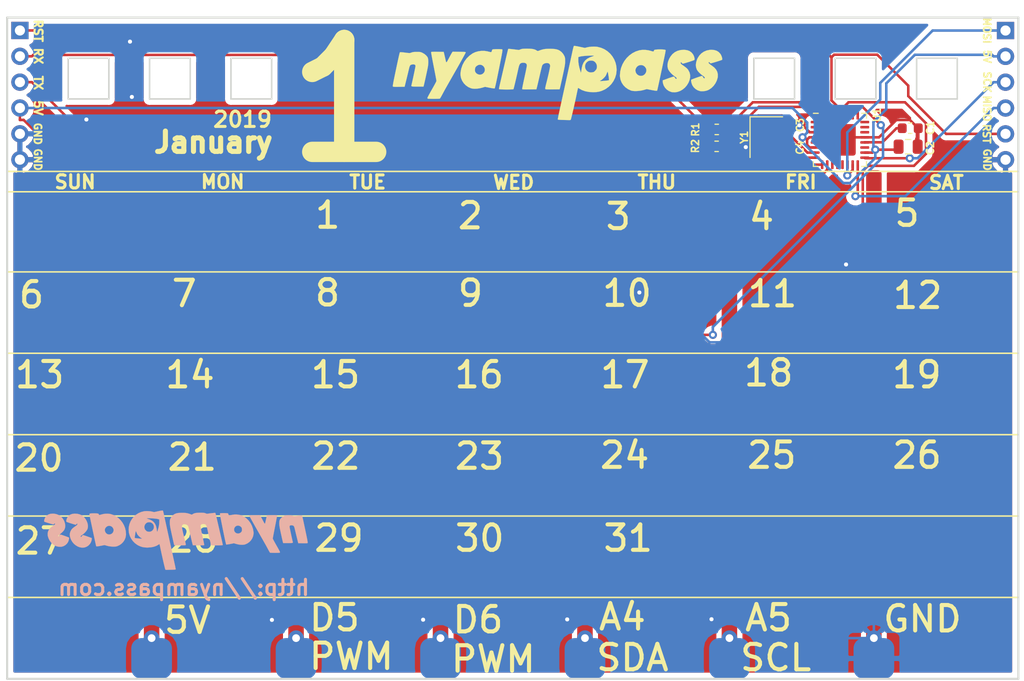
<source format=kicad_pcb>
(kicad_pcb (version 20171130) (host pcbnew 5.0.2-bee76a0~70~ubuntu18.04.1)

  (general
    (thickness 1.6)
    (drawings 75)
    (tracks 213)
    (zones 0)
    (modules 20)
    (nets 31)
  )

  (page A4)
  (layers
    (0 F.Cu signal)
    (31 B.Cu signal)
    (32 B.Adhes user)
    (33 F.Adhes user)
    (34 B.Paste user)
    (35 F.Paste user)
    (36 B.SilkS user)
    (37 F.SilkS user)
    (38 B.Mask user)
    (39 F.Mask user)
    (40 Dwgs.User user)
    (41 Cmts.User user)
    (42 Eco1.User user)
    (43 Eco2.User user)
    (44 Edge.Cuts user)
    (45 Margin user)
    (46 B.CrtYd user)
    (47 F.CrtYd user)
    (48 B.Fab user)
    (49 F.Fab user)
  )

  (setup
    (last_trace_width 0.25)
    (trace_clearance 0.2)
    (zone_clearance 0.508)
    (zone_45_only no)
    (trace_min 0.2)
    (segment_width 0.2)
    (edge_width 0.15)
    (via_size 0.8)
    (via_drill 0.4)
    (via_min_size 0.4)
    (via_min_drill 0.3)
    (uvia_size 0.3)
    (uvia_drill 0.1)
    (uvias_allowed no)
    (uvia_min_size 0.2)
    (uvia_min_drill 0.1)
    (pcb_text_width 0.3)
    (pcb_text_size 1.5 1.5)
    (mod_edge_width 0.15)
    (mod_text_size 1 1)
    (mod_text_width 0.15)
    (pad_size 1.524 48)
    (pad_drill 0)
    (pad_to_mask_clearance 0.2)
    (solder_mask_min_width 0.25)
    (aux_axis_origin 0 0)
    (visible_elements FFFFFF7F)
    (pcbplotparams
      (layerselection 0x010fc_ffffffff)
      (usegerberextensions false)
      (usegerberattributes false)
      (usegerberadvancedattributes false)
      (creategerberjobfile false)
      (excludeedgelayer true)
      (linewidth 0.100000)
      (plotframeref false)
      (viasonmask false)
      (mode 1)
      (useauxorigin false)
      (hpglpennumber 1)
      (hpglpenspeed 20)
      (hpglpendiameter 15.000000)
      (psnegative false)
      (psa4output false)
      (plotreference true)
      (plotvalue true)
      (plotinvisibletext false)
      (padsonsilk false)
      (subtractmaskfromsilk false)
      (outputformat 1)
      (mirror false)
      (drillshape 0)
      (scaleselection 1)
      (outputdirectory "gerbers"))
  )

  (net 0 "")
  (net 1 "Net-(C1-Pad2)")
  (net 2 +5V)
  (net 3 GND)
  (net 4 MOSI)
  (net 5 SCK)
  (net 6 MISO)
  (net 7 RST)
  (net 8 RX)
  (net 9 TX)
  (net 10 D5)
  (net 11 "Net-(R2-Pad2)")
  (net 12 D6)
  (net 13 "Net-(C3-Pad1)")
  (net 14 A5-SCL)
  (net 15 A4-SDA)
  (net 16 "Net-(C4-Pad1)")
  (net 17 "Net-(R1-Pad2)")
  (net 18 "Net-(U1-Pad1)")
  (net 19 "Net-(U1-Pad2)")
  (net 20 "Net-(U1-Pad11)")
  (net 21 "Net-(U1-Pad12)")
  (net 22 "Net-(U1-Pad13)")
  (net 23 "Net-(U1-Pad14)")
  (net 24 "Net-(U1-Pad19)")
  (net 25 "Net-(U1-Pad22)")
  (net 26 "Net-(U1-Pad23)")
  (net 27 "Net-(U1-Pad24)")
  (net 28 "Net-(U1-Pad25)")
  (net 29 "Net-(U1-Pad26)")
  (net 30 "Net-(U1-Pad32)")

  (net_class Default "This is the default net class."
    (clearance 0.2)
    (trace_width 0.25)
    (via_dia 0.8)
    (via_drill 0.4)
    (uvia_dia 0.3)
    (uvia_drill 0.1)
    (add_net +5V)
    (add_net A4-SDA)
    (add_net A5-SCL)
    (add_net D5)
    (add_net D6)
    (add_net GND)
    (add_net MISO)
    (add_net MOSI)
    (add_net "Net-(C1-Pad2)")
    (add_net "Net-(C3-Pad1)")
    (add_net "Net-(C4-Pad1)")
    (add_net "Net-(R1-Pad2)")
    (add_net "Net-(R2-Pad2)")
    (add_net "Net-(U1-Pad1)")
    (add_net "Net-(U1-Pad11)")
    (add_net "Net-(U1-Pad12)")
    (add_net "Net-(U1-Pad13)")
    (add_net "Net-(U1-Pad14)")
    (add_net "Net-(U1-Pad19)")
    (add_net "Net-(U1-Pad2)")
    (add_net "Net-(U1-Pad22)")
    (add_net "Net-(U1-Pad23)")
    (add_net "Net-(U1-Pad24)")
    (add_net "Net-(U1-Pad25)")
    (add_net "Net-(U1-Pad26)")
    (add_net "Net-(U1-Pad32)")
    (add_net RST)
    (add_net RX)
    (add_net SCK)
    (add_net TX)
  )

  (module Footprints:nyampass_logo_26x7mm (layer B.Cu) (tedit 0) (tstamp 5C4944CD)
    (at 153.42616 91.19616 180)
    (fp_text reference G*** (at 0 0 180) (layer B.SilkS) hide
      (effects (font (size 1.524 1.524) (thickness 0.3)) (justify mirror))
    )
    (fp_text value LOGO (at 0.75 0 180) (layer B.SilkS) hide
      (effects (font (size 1.524 1.524) (thickness 0.3)) (justify mirror))
    )
    (fp_poly (pts (xy -10.970633 2.322671) (xy -10.878042 2.318736) (xy -10.807817 2.308861) (xy -10.745746 2.29062)
      (xy -10.677617 2.261587) (xy -10.6426 2.245027) (xy -10.491481 2.155884) (xy -10.360577 2.046401)
      (xy -10.263001 1.928125) (xy -10.242002 1.8923) (xy -10.212194 1.801492) (xy -10.194658 1.672919)
      (xy -10.189691 1.518183) (xy -10.197586 1.348887) (xy -10.218639 1.176634) (xy -10.223146 1.15015)
      (xy -10.240922 1.056806) (xy -10.267664 0.925232) (xy -10.301207 0.765315) (xy -10.339388 0.58694)
      (xy -10.380043 0.399994) (xy -10.421007 0.214365) (xy -10.460116 0.039938) (xy -10.495205 -0.113401)
      (xy -10.524112 -0.235763) (xy -10.543029 -0.31115) (xy -10.568359 -0.4064) (xy -11.034562 -0.4064)
      (xy -11.201748 -0.40589) (xy -11.324944 -0.403982) (xy -11.410952 -0.400104) (xy -11.466574 -0.393687)
      (xy -11.498614 -0.384159) (xy -11.513874 -0.370951) (xy -11.516265 -0.366007) (xy -11.524523 -0.322147)
      (xy -11.5215 -0.308857) (xy -11.512259 -0.278016) (xy -11.494454 -0.20498) (xy -11.469702 -0.097321)
      (xy -11.439621 0.037386) (xy -11.405826 0.191567) (xy -11.369935 0.357649) (xy -11.333563 0.528057)
      (xy -11.298328 0.695219) (xy -11.265845 0.851559) (xy -11.237732 0.989504) (xy -11.215605 1.101481)
      (xy -11.201081 1.179916) (xy -11.195775 1.21722) (xy -11.215832 1.287569) (xy -11.276619 1.329352)
      (xy -11.376089 1.341399) (xy -11.409507 1.339383) (xy -11.504856 1.325747) (xy -11.573511 1.299375)
      (xy -11.622977 1.251715) (xy -11.660757 1.174215) (xy -11.694356 1.05832) (xy -11.708447 0.998678)
      (xy -11.731572 0.899439) (xy -11.764246 0.762134) (xy -11.803758 0.597993) (xy -11.847402 0.41825)
      (xy -11.892468 0.234136) (xy -11.909467 0.1651) (xy -12.053581 -0.4191) (xy -12.500206 -0.426021)
      (xy -12.670101 -0.427807) (xy -12.795576 -0.426905) (xy -12.882961 -0.42295) (xy -12.938583 -0.41558)
      (xy -12.968771 -0.40443) (xy -12.975217 -0.398741) (xy -12.981225 -0.375272) (xy -12.979491 -0.325413)
      (xy -12.969352 -0.24507) (xy -12.950146 -0.130149) (xy -12.921212 0.023445) (xy -12.881888 0.219805)
      (xy -12.850884 0.370181) (xy -12.770467 0.755937) (xy -12.699534 1.093728) (xy -12.637673 1.385417)
      (xy -12.58447 1.632865) (xy -12.539511 1.837934) (xy -12.502385 2.002486) (xy -12.472677 2.128382)
      (xy -12.449975 2.217486) (xy -12.433866 2.271658) (xy -12.424441 2.29232) (xy -12.388346 2.299403)
      (xy -12.305859 2.29736) (xy -12.180521 2.286407) (xy -12.023743 2.267787) (xy -11.878561 2.249188)
      (xy -11.773672 2.23719) (xy -11.698992 2.23185) (xy -11.644438 2.23322) (xy -11.599926 2.241356)
      (xy -11.555373 2.256314) (xy -11.519619 2.270525) (xy -11.447264 2.295061) (xy -11.367217 2.310847)
      (xy -11.265983 2.319573) (xy -11.130069 2.322927) (xy -11.0998 2.323095) (xy -10.970633 2.322671)) (layer B.SilkS) (width 0.01))
    (fp_poly (pts (xy -4.577739 2.538207) (xy -4.475365 2.532928) (xy -4.401047 2.524457) (xy -4.3688 2.514975)
      (xy -4.361896 2.504644) (xy -4.358747 2.482181) (xy -4.359973 2.444006) (xy -4.366194 2.386543)
      (xy -4.378029 2.306211) (xy -4.396099 2.199432) (xy -4.421023 2.062627) (xy -4.453421 1.892217)
      (xy -4.493913 1.684625) (xy -4.543118 1.43627) (xy -4.601657 1.143575) (xy -4.63543 0.975457)
      (xy -4.706642 0.623505) (xy -4.768947 0.320227) (xy -4.822631 0.064337) (xy -4.867982 -0.145453)
      (xy -4.905286 -0.310429) (xy -4.934828 -0.431879) (xy -4.956895 -0.511089) (xy -4.971773 -0.549346)
      (xy -4.975569 -0.553401) (xy -5.01216 -0.553567) (xy -5.088512 -0.544747) (xy -5.194667 -0.528379)
      (xy -5.320666 -0.505901) (xy -5.369339 -0.496517) (xy -5.7277 -0.426045) (xy -5.9563 -0.493837)
      (xy -6.163399 -0.543195) (xy -6.372332 -0.571099) (xy -6.570285 -0.576928) (xy -6.744445 -0.560058)
      (xy -6.838647 -0.536684) (xy -7.0538 -0.440533) (xy -7.243289 -0.306775) (xy -7.402857 -0.141737)
      (xy -7.528248 0.048254) (xy -7.615206 0.25687) (xy -7.659474 0.477784) (xy -7.659176 0.683131)
      (xy -7.630231 0.845466) (xy -6.522143 0.845466) (xy -6.506606 0.772153) (xy -6.478633 0.717318)
      (xy -6.389077 0.618455) (xy -6.274049 0.555376) (xy -6.145779 0.530728) (xy -6.016499 0.547158)
      (xy -5.915027 0.595349) (xy -5.816842 0.689562) (xy -5.759344 0.804445) (xy -5.742941 0.929714)
      (xy -5.76804 1.055087) (xy -5.835046 1.170279) (xy -5.890094 1.225726) (xy -6.006955 1.293941)
      (xy -6.133658 1.315614) (xy -6.261413 1.291463) (xy -6.381428 1.222205) (xy -6.42528 1.18205)
      (xy -6.477574 1.120608) (xy -6.505686 1.060422) (xy -6.518795 0.978945) (xy -6.52121 0.946433)
      (xy -6.522143 0.845466) (xy -7.630231 0.845466) (xy -7.603392 0.995983) (xy -7.501847 1.291499)
      (xy -7.357364 1.565187) (xy -7.172771 1.812551) (xy -6.950894 2.029097) (xy -6.70126 2.206331)
      (xy -6.498123 2.30249) (xy -6.266846 2.368535) (xy -6.021513 2.402603) (xy -5.776205 2.40283)
      (xy -5.545004 2.367352) (xy -5.5245 2.362113) (xy -5.399724 2.329607) (xy -5.315101 2.310976)
      (xy -5.261723 2.306923) (xy -5.230684 2.318148) (xy -5.213075 2.34535) (xy -5.200418 2.3876)
      (xy -5.177588 2.456283) (xy -5.153104 2.505245) (xy -5.150801 2.508251) (xy -5.116474 2.520096)
      (xy -5.042665 2.529329) (xy -4.940631 2.535854) (xy -4.821628 2.539573) (xy -4.696912 2.540389)
      (xy -4.577739 2.538207)) (layer B.SilkS) (width 0.01))
    (fp_poly (pts (xy -2.206495 2.572663) (xy -2.029385 2.558119) (xy -1.886505 2.531365) (xy -1.769994 2.490899)
      (xy -1.671987 2.435223) (xy -1.667149 2.431813) (xy -1.620531 2.401451) (xy -1.58273 2.392146)
      (xy -1.533442 2.403112) (xy -1.476088 2.424413) (xy -1.311325 2.483204) (xy -1.162139 2.524115)
      (xy -1.01223 2.549914) (xy -0.845296 2.563369) (xy -0.645037 2.567247) (xy -0.635 2.567241)
      (xy -0.421627 2.562808) (xy -0.248664 2.548911) (xy -0.106301 2.523739) (xy 0.015271 2.485477)
      (xy 0.125862 2.432314) (xy 0.14035 2.423977) (xy 0.28927 2.310092) (xy 0.418496 2.15851)
      (xy 0.504566 2.009649) (xy 0.534805 1.939985) (xy 0.554219 1.876613) (xy 0.565044 1.805086)
      (xy 0.569516 1.710962) (xy 0.569917 1.5875) (xy 0.568499 1.505554) (xy 0.564461 1.426812)
      (xy 0.556672 1.344424) (xy 0.544 1.251544) (xy 0.525315 1.141322) (xy 0.499484 1.00691)
      (xy 0.465376 0.841461) (xy 0.421859 0.638124) (xy 0.385264 0.4699) (xy 0.340249 0.264495)
      (xy 0.297264 0.069655) (xy 0.257858 -0.107687) (xy 0.223583 -0.2606) (xy 0.195991 -0.38215)
      (xy 0.176631 -0.465405) (xy 0.169302 -0.4953) (xy 0.136411 -0.6223) (xy -0.410881 -0.629135)
      (xy -0.597684 -0.630909) (xy -0.739801 -0.630753) (xy -0.84332 -0.628358) (xy -0.914331 -0.623417)
      (xy -0.958922 -0.615625) (xy -0.983182 -0.604674) (xy -0.987999 -0.600034) (xy -0.996487 -0.575867)
      (xy -0.99553 -0.530244) (xy -0.984058 -0.457021) (xy -0.961003 -0.350051) (xy -0.925294 -0.203189)
      (xy -0.905029 -0.123298) (xy -0.844476 0.117565) (xy -0.788072 0.350091) (xy -0.737121 0.568308)
      (xy -0.692926 0.766245) (xy -0.656792 0.937929) (xy -0.630024 1.077391) (xy -0.613925 1.178659)
      (xy -0.6096 1.22924) (xy -0.628499 1.325148) (xy -0.671946 1.385455) (xy -0.75318 1.433621)
      (xy -0.857721 1.450268) (xy -0.971657 1.438454) (xy -1.081076 1.401234) (xy -1.172066 1.341665)
      (xy -1.230714 1.262803) (xy -1.230763 1.262691) (xy -1.24563 1.216801) (xy -1.269725 1.128681)
      (xy -1.30121 1.005682) (xy -1.338243 0.855154) (xy -1.378985 0.684448) (xy -1.421596 0.500914)
      (xy -1.42288 0.4953) (xy -1.467195 0.30245) (xy -1.51088 0.113907) (xy -1.551767 -0.061091)
      (xy -1.587689 -0.213303) (xy -1.616478 -0.333492) (xy -1.634436 -0.4064) (xy -1.6891 -0.6223)
      (xy -2.242157 -0.629147) (xy -2.428404 -0.630947) (xy -2.569776 -0.63093) (xy -2.672178 -0.628795)
      (xy -2.741511 -0.624241) (xy -2.78368 -0.616965) (xy -2.804588 -0.606668) (xy -2.808944 -0.600211)
      (xy -2.806822 -0.5678) (xy -2.794611 -0.49177) (xy -2.773483 -0.378038) (xy -2.744605 -0.232524)
      (xy -2.709149 -0.061144) (xy -2.668284 0.130184) (xy -2.630538 0.302413) (xy -2.585344 0.508796)
      (xy -2.543934 0.702693) (xy -2.507592 0.87771) (xy -2.477605 1.027452) (xy -2.45526 1.145524)
      (xy -2.441843 1.225533) (xy -2.4384 1.257728) (xy -2.459384 1.355609) (xy -2.520527 1.424608)
      (xy -2.619119 1.463098) (xy -2.752453 1.469451) (xy -2.785902 1.466405) (xy -2.868752 1.451062)
      (xy -2.933925 1.421557) (xy -2.985812 1.371178) (xy -3.028806 1.293212) (xy -3.067299 1.180949)
      (xy -3.105682 1.027675) (xy -3.122176 0.9525) (xy -3.155471 0.799419) (xy -3.1937 0.628018)
      (xy -3.235241 0.445146) (xy -3.278473 0.257651) (xy -3.321774 0.072381) (xy -3.363522 -0.103817)
      (xy -3.402096 -0.264093) (xy -3.435875 -0.4016) (xy -3.463236 -0.50949) (xy -3.482558 -0.580913)
      (xy -3.491801 -0.608468) (xy -3.522157 -0.618282) (xy -3.59382 -0.625977) (xy -3.697867 -0.631595)
      (xy -3.825378 -0.635177) (xy -3.967429 -0.636763) (xy -4.115098 -0.636394) (xy -4.259465 -0.634112)
      (xy -4.391606 -0.629957) (xy -4.5026 -0.62397) (xy -4.583524 -0.616192) (xy -4.625457 -0.606665)
      (xy -4.629184 -0.60325) (xy -4.631569 -0.595423) (xy -4.632823 -0.585419) (xy -4.632119 -0.569458)
      (xy -4.628631 -0.543762) (xy -4.621533 -0.50455) (xy -4.609997 -0.448044) (xy -4.593197 -0.370464)
      (xy -4.570306 -0.268031) (xy -4.540498 -0.136965) (xy -4.502945 0.026512) (xy -4.456822 0.226181)
      (xy -4.401302 0.46582) (xy -4.335557 0.749208) (xy -4.29722 0.9144) (xy -4.221998 1.238442)
      (xy -4.157377 1.516542) (xy -4.1025 1.752249) (xy -4.056512 1.949112) (xy -4.018558 2.110682)
      (xy -3.987782 2.240507) (xy -3.963327 2.342136) (xy -3.944339 2.41912) (xy -3.929961 2.475006)
      (xy -3.919338 2.513346) (xy -3.911614 2.537687) (xy -3.905934 2.55158) (xy -3.901442 2.558574)
      (xy -3.900621 2.559446) (xy -3.87124 2.561832) (xy -3.800305 2.558126) (xy -3.696603 2.549058)
      (xy -3.568921 2.535361) (xy -3.474142 2.523935) (xy -3.063731 2.472355) (xy -2.935216 2.523622)
      (xy -2.875312 2.54445) (xy -2.810475 2.559016) (xy -2.73008 2.568424) (xy -2.623502 2.573776)
      (xy -2.480114 2.576175) (xy -2.4257 2.576495) (xy -2.206495 2.572663)) (layer B.SilkS) (width 0.01))
    (fp_poly (pts (xy 8.203034 2.514608) (xy 8.314641 2.507333) (xy 8.398937 2.495873) (xy 8.444124 2.480647)
      (xy 8.452269 2.476365) (xy 8.459695 2.473715) (xy 8.465841 2.469749) (xy 8.470144 2.461518)
      (xy 8.472042 2.446072) (xy 8.470973 2.420465) (xy 8.466375 2.381746) (xy 8.457685 2.326968)
      (xy 8.444342 2.253181) (xy 8.425782 2.157438) (xy 8.401444 2.036788) (xy 8.370766 1.888285)
      (xy 8.333186 1.708979) (xy 8.28814 1.495921) (xy 8.235068 1.246163) (xy 8.173406 0.956756)
      (xy 8.102592 0.624752) (xy 8.022065 0.247202) (xy 7.986169 0.078829) (xy 7.945088 -0.11262)
      (xy 7.906897 -0.288162) (xy 7.872986 -0.4416) (xy 7.844744 -0.56674) (xy 7.82356 -0.657384)
      (xy 7.810824 -0.707337) (xy 7.808199 -0.714921) (xy 7.789763 -0.7289) (xy 7.752374 -0.734531)
      (xy 7.689628 -0.731215) (xy 7.595117 -0.718352) (xy 7.462437 -0.695343) (xy 7.329051 -0.670107)
      (xy 6.984989 -0.603615) (xy 6.750044 -0.67273) (xy 6.581085 -0.712946) (xy 6.396397 -0.740932)
      (xy 6.208745 -0.75611) (xy 6.030898 -0.7579) (xy 5.875624 -0.745722) (xy 5.755689 -0.718999)
      (xy 5.752768 -0.717965) (xy 5.51772 -0.609311) (xy 5.314055 -0.465535) (xy 5.14517 -0.291249)
      (xy 5.014457 -0.091066) (xy 4.925313 0.130401) (xy 4.881131 0.368541) (xy 4.8768 0.472216)
      (xy 4.900599 0.775894) (xy 4.922115 0.867625) (xy 6.096 0.867625) (xy 6.118515 0.729642)
      (xy 6.180273 0.612385) (xy 6.272588 0.520896) (xy 6.386775 0.460215) (xy 6.51415 0.435384)
      (xy 6.646028 0.451443) (xy 6.741741 0.49281) (xy 6.844449 0.578173) (xy 6.917079 0.689579)
      (xy 6.955459 0.814576) (xy 6.95542 0.940713) (xy 6.923767 1.036312) (xy 6.834134 1.160616)
      (xy 6.720364 1.244874) (xy 6.590321 1.286457) (xy 6.45187 1.282736) (xy 6.323584 1.236911)
      (xy 6.221278 1.15746) (xy 6.143729 1.047804) (xy 6.101092 0.924424) (xy 6.096 0.867625)
      (xy 4.922115 0.867625) (xy 4.969502 1.069648) (xy 5.079763 1.348713) (xy 5.227639 1.608321)
      (xy 5.409383 1.843707) (xy 5.621252 2.050104) (xy 5.859501 2.222745) (xy 6.120385 2.356865)
      (xy 6.40016 2.447696) (xy 6.434906 2.455478) (xy 6.648247 2.482365) (xy 6.882371 2.480112)
      (xy 7.117305 2.449911) (xy 7.300635 2.403826) (xy 7.412078 2.370219) (xy 7.484122 2.355002)
      (xy 7.524676 2.35805) (xy 7.541646 2.379238) (xy 7.5438 2.399985) (xy 7.560467 2.444887)
      (xy 7.583714 2.474686) (xy 7.625244 2.490903) (xy 7.706304 2.503398) (xy 7.815752 2.512093)
      (xy 7.94245 2.516911) (xy 8.075258 2.517775) (xy 8.203034 2.514608)) (layer B.SilkS) (width 0.01))
    (fp_poly (pts (xy 12.299623 2.469576) (xy 12.488517 2.410518) (xy 12.647033 2.311277) (xy 12.776084 2.171406)
      (xy 12.799962 2.136152) (xy 12.848252 2.045862) (xy 12.887513 1.944811) (xy 12.914382 1.846111)
      (xy 12.925493 1.762872) (xy 12.917481 1.708207) (xy 12.911825 1.700266) (xy 12.879938 1.684838)
      (xy 12.808921 1.658682) (xy 12.708553 1.6248) (xy 12.58861 1.586196) (xy 12.458873 1.545873)
      (xy 12.329119 1.506834) (xy 12.209127 1.472083) (xy 12.108675 1.444623) (xy 12.037541 1.427457)
      (xy 12.009561 1.423148) (xy 11.968183 1.44371) (xy 11.9507 1.4732) (xy 11.919466 1.515407)
      (xy 11.876563 1.520808) (xy 11.847937 1.49672) (xy 11.852202 1.457462) (xy 11.897618 1.400185)
      (xy 11.979743 1.329276) (xy 12.094136 1.249119) (xy 12.107357 1.24065) (xy 12.296052 1.096993)
      (xy 12.437886 0.936216) (xy 12.532273 0.75955) (xy 12.578626 0.568223) (xy 12.576358 0.363467)
      (xy 12.563164 0.284959) (xy 12.492622 0.055234) (xy 12.382818 -0.160738) (xy 12.240109 -0.355172)
      (xy 12.070852 -0.520284) (xy 11.881405 -0.648291) (xy 11.753094 -0.706925) (xy 11.610312 -0.746519)
      (xy 11.449203 -0.769498) (xy 11.292195 -0.77374) (xy 11.179346 -0.761162) (xy 10.995167 -0.699659)
      (xy 10.826401 -0.598519) (xy 10.683778 -0.466003) (xy 10.578033 -0.310371) (xy 10.568562 -0.291026)
      (xy 10.532212 -0.199356) (xy 10.502505 -0.098302) (xy 10.482157 -0.001382) (xy 10.473882 0.077885)
      (xy 10.480397 0.125983) (xy 10.483834 0.130795) (xy 10.51597 0.14781) (xy 10.586394 0.17715)
      (xy 10.685137 0.215266) (xy 10.802233 0.258608) (xy 10.927713 0.303627) (xy 11.051608 0.346773)
      (xy 11.163952 0.384498) (xy 11.254776 0.413252) (xy 11.314112 0.429485) (xy 11.329169 0.431801)
      (xy 11.369393 0.409883) (xy 11.404697 0.355362) (xy 11.405002 0.35463) (xy 11.441989 0.292616)
      (xy 11.487402 0.250793) (xy 11.528239 0.239509) (xy 11.54096 0.246428) (xy 11.55661 0.292726)
      (xy 11.522988 0.350897) (xy 11.440183 0.420803) (xy 11.424253 0.4318) (xy 11.278964 0.540287)
      (xy 11.144417 0.659749) (xy 11.030899 0.77994) (xy 10.948695 0.890613) (xy 10.929499 0.924663)
      (xy 10.867065 1.102943) (xy 10.848712 1.300037) (xy 10.874067 1.510178) (xy 10.942755 1.727599)
      (xy 10.988096 1.827067) (xy 11.119045 2.034759) (xy 11.28417 2.206723) (xy 11.479086 2.340299)
      (xy 11.699407 2.432826) (xy 11.940746 2.481645) (xy 12.079439 2.488899) (xy 12.299623 2.469576)) (layer B.SilkS) (width 0.01))
    (fp_poly (pts (xy 9.962798 2.484591) (xy 10.176136 2.454367) (xy 10.3558 2.386945) (xy 10.504261 2.280825)
      (xy 10.623986 2.134509) (xy 10.668756 2.055918) (xy 10.712173 1.952288) (xy 10.740016 1.8483)
      (xy 10.749725 1.75822) (xy 10.738739 1.696318) (xy 10.734515 1.689468) (xy 10.704432 1.673132)
      (xy 10.635106 1.645779) (xy 10.536109 1.610465) (xy 10.417009 1.570247) (xy 10.287375 1.528183)
      (xy 10.156778 1.48733) (xy 10.034787 1.450744) (xy 9.930971 1.421483) (xy 9.8549 1.402603)
      (xy 9.818992 1.397) (xy 9.787451 1.41509) (xy 9.743604 1.459387) (xy 9.73746 1.46685)
      (xy 9.698897 1.510304) (xy 9.67775 1.516091) (xy 9.663938 1.49225) (xy 9.65542 1.437807)
      (xy 9.679745 1.386179) (xy 9.742632 1.328125) (xy 9.784161 1.298049) (xy 9.923917 1.200164)
      (xy 10.028889 1.123285) (xy 10.106843 1.060668) (xy 10.165544 1.005567) (xy 10.212758 0.951237)
      (xy 10.25625 0.890934) (xy 10.260978 0.883889) (xy 10.355779 0.699895) (xy 10.401489 0.504969)
      (xy 10.398115 0.298519) (xy 10.345664 0.079955) (xy 10.271656 -0.097339) (xy 10.146899 -0.305028)
      (xy 9.992533 -0.484844) (xy 9.81486 -0.633391) (xy 9.620183 -0.747275) (xy 9.414803 -0.823101)
      (xy 9.205022 -0.857474) (xy 8.997144 -0.847001) (xy 8.913605 -0.828868) (xy 8.727715 -0.754571)
      (xy 8.563418 -0.641653) (xy 8.427026 -0.497679) (xy 8.324851 -0.330217) (xy 8.263207 -0.14683)
      (xy 8.248257 -0.031442) (xy 8.2423 0.085515) (xy 8.6487 0.232237) (xy 8.786499 0.280996)
      (xy 8.910477 0.323013) (xy 9.011576 0.355363) (xy 9.080737 0.37512) (xy 9.1059 0.379911)
      (xy 9.157172 0.355951) (xy 9.207549 0.285682) (xy 9.253048 0.220782) (xy 9.296005 0.192912)
      (xy 9.328369 0.204752) (xy 9.340847 0.2413) (xy 9.330595 0.27945) (xy 9.286812 0.325846)
      (xy 9.203486 0.386679) (xy 9.19289 0.3937) (xy 9.045128 0.50472) (xy 8.906938 0.633924)
      (xy 8.788252 0.770321) (xy 8.699 0.902919) (xy 8.661488 0.981833) (xy 8.619548 1.162677)
      (xy 8.621938 1.360655) (xy 8.667543 1.570197) (xy 8.755248 1.785737) (xy 8.858066 1.963455)
      (xy 9.010506 2.15128) (xy 9.192705 2.298627) (xy 9.402326 2.404394) (xy 9.637029 2.467477)
      (xy 9.894475 2.486773) (xy 9.962798 2.484591)) (layer B.SilkS) (width 0.01))
    (fp_poly (pts (xy -7.764282 2.33097) (xy -7.58745 2.328095) (xy -7.455195 2.32451) (xy -7.361296 2.319671)
      (xy -7.29953 2.313036) (xy -7.263675 2.304062) (xy -7.24751 2.292208) (xy -7.244983 2.285697)
      (xy -7.255977 2.257428) (xy -7.290196 2.18899) (xy -7.345518 2.084237) (xy -7.41982 1.947026)
      (xy -7.510982 1.781212) (xy -7.61688 1.59065) (xy -7.735392 1.379195) (xy -7.864398 1.150704)
      (xy -8.001774 0.90903) (xy -8.027872 0.863297) (xy -8.169865 0.614468) (xy -8.306751 0.374286)
      (xy -8.436039 0.147141) (xy -8.555237 -0.062574) (xy -8.661855 -0.250468) (xy -8.7534 -0.412151)
      (xy -8.82738 -0.543231) (xy -8.881305 -0.639318) (xy -8.912683 -0.696019) (xy -8.914025 -0.6985)
      (xy -8.970886 -0.804086) (xy -9.039808 -0.932284) (xy -9.108872 -1.060921) (xy -9.132457 -1.1049)
      (xy -9.186528 -1.202796) (xy -9.234187 -1.283701) (xy -9.26906 -1.337077) (xy -9.282053 -1.352161)
      (xy -9.314787 -1.357827) (xy -9.388223 -1.362359) (xy -9.492274 -1.365729) (xy -9.616854 -1.36791)
      (xy -9.751877 -1.368872) (xy -9.887255 -1.368589) (xy -10.012903 -1.367033) (xy -10.118734 -1.364175)
      (xy -10.194661 -1.359988) (xy -10.22985 -1.354778) (xy -10.257007 -1.321648) (xy -10.2616 -1.296111)
      (xy -10.249335 -1.262828) (xy -10.214711 -1.191765) (xy -10.160981 -1.08901) (xy -10.091402 -0.96065)
      (xy -10.00923 -0.812776) (xy -9.917718 -0.651475) (xy -9.906247 -0.631477) (xy -9.813743 -0.468601)
      (xy -9.73019 -0.318034) (xy -9.658855 -0.185941) (xy -9.603004 -0.07849) (xy -9.565905 -0.001844)
      (xy -9.550822 0.03783) (xy -9.550647 0.039737) (xy -9.555412 0.075062) (xy -9.569137 0.154831)
      (xy -9.59081 0.273678) (xy -9.619418 0.426235) (xy -9.653947 0.607135) (xy -9.693385 0.811011)
      (xy -9.736719 1.032496) (xy -9.766371 1.182737) (xy -9.811324 1.411815) (xy -9.852561 1.626001)
      (xy -9.889131 1.820058) (xy -9.920083 1.988749) (xy -9.944467 2.126835) (xy -9.961332 2.22908)
      (xy -9.969728 2.290247) (xy -9.970157 2.305601) (xy -9.954064 2.317207) (xy -9.912254 2.325403)
      (xy -9.839259 2.330464) (xy -9.729613 2.332668) (xy -9.577849 2.332292) (xy -9.468436 2.331001)
      (xy -8.9789 2.3241) (xy -8.936393 2.1463) (xy -8.911244 2.039109) (xy -8.880505 1.905202)
      (xy -8.849418 1.767496) (xy -8.837964 1.716048) (xy -8.816705 1.619008) (xy -8.799251 1.550615)
      (xy -8.781574 1.513095) (xy -8.759647 1.508673) (xy -8.72944 1.539574) (xy -8.686927 1.608025)
      (xy -8.62808 1.716251) (xy -8.548869 1.866476) (xy -8.541942 1.8796) (xy -8.47698 2.001029)
      (xy -8.416181 2.111834) (xy -8.365465 2.201419) (xy -8.330752 2.259188) (xy -8.325232 2.26747)
      (xy -8.276202 2.337839) (xy -7.764282 2.33097)) (layer B.SilkS) (width 0.01))
    (fp_poly (pts (xy 1.327603 2.794102) (xy 1.408607 2.783532) (xy 1.526922 2.762064) (xy 1.688305 2.728932)
      (xy 1.7018 2.726063) (xy 2.1209 2.636804) (xy 2.286 2.680556) (xy 2.448374 2.712469)
      (xy 2.637678 2.732293) (xy 2.833248 2.73906) (xy 3.014425 2.731804) (xy 3.113705 2.71928)
      (xy 3.399373 2.645053) (xy 3.66268 2.52843) (xy 3.900526 2.373961) (xy 4.109812 2.186193)
      (xy 4.287438 1.969675) (xy 4.430305 1.728956) (xy 4.535313 1.468584) (xy 4.599362 1.193107)
      (xy 4.619353 0.907074) (xy 4.592185 0.615032) (xy 4.582441 0.56408) (xy 4.500482 0.288647)
      (xy 4.374004 0.029973) (xy 4.207909 -0.205525) (xy 4.0071 -0.411427) (xy 3.776481 -0.581315)
      (xy 3.656286 -0.648361) (xy 3.451393 -0.739597) (xy 3.252664 -0.800663) (xy 3.043027 -0.835394)
      (xy 2.805416 -0.847622) (xy 2.7686 -0.847756) (xy 2.442061 -0.828617) (xy 2.14837 -0.772237)
      (xy 1.888326 -0.678832) (xy 1.668587 -0.552771) (xy 1.618022 -0.522085) (xy 1.587624 -0.512866)
      (xy 1.585913 -0.51382) (xy 1.57738 -0.541244) (xy 1.560815 -0.610178) (xy 1.538082 -0.712302)
      (xy 1.511041 -0.839298) (xy 1.487246 -0.954741) (xy 1.449909 -1.135053) (xy 1.407656 -1.333299)
      (xy 1.361852 -1.543591) (xy 1.313857 -1.760042) (xy 1.265036 -1.976762) (xy 1.21675 -2.187863)
      (xy 1.170362 -2.387458) (xy 1.127234 -2.569657) (xy 1.08873 -2.728573) (xy 1.056212 -2.858318)
      (xy 1.031042 -2.953003) (xy 1.014584 -3.00674) (xy 1.010187 -3.01625) (xy 0.969421 -3.035955)
      (xy 0.903163 -3.042786) (xy 0.892239 -3.042343) (xy 0.834796 -3.039878) (xy 0.738019 -3.03686)
      (xy 0.613367 -3.033602) (xy 0.472298 -3.030415) (xy 0.402524 -3.02901) (xy 0.236193 -3.02444)
      (xy 0.116495 -3.017841) (xy 0.039291 -3.008822) (xy 0.000441 -2.996988) (xy -0.005791 -2.990217)
      (xy -0.003851 -2.956837) (xy 0.007841 -2.881968) (xy 0.02779 -2.773659) (xy 0.054502 -2.63996)
      (xy 0.086482 -2.488921) (xy 0.091962 -2.4638) (xy 0.124704 -2.314176) (xy 0.165913 -2.125619)
      (xy 0.213253 -1.908834) (xy 0.264388 -1.674526) (xy 0.316981 -1.433399) (xy 0.368695 -1.196158)
      (xy 0.391345 -1.0922) (xy 0.442386 -0.858059) (xy 0.501542 -0.586976) (xy 0.566042 -0.291628)
      (xy 0.633117 0.015307) (xy 0.638 0.037638) (xy 3.311756 0.037638) (xy 3.326709 0.029735)
      (xy 3.365976 0.027122) (xy 3.435975 0.029828) (xy 3.543121 0.037886) (xy 3.693832 0.051325)
      (xy 3.7084 0.052674) (xy 3.825389 0.06481) (xy 3.923265 0.077375) (xy 3.991235 0.088822)
      (xy 4.018073 0.097037) (xy 4.019937 0.1262) (xy 4.014219 0.193723) (xy 4.002652 0.288025)
      (xy 3.986974 0.397529) (xy 3.968917 0.510654) (xy 3.950219 0.615823) (xy 3.932613 0.701456)
      (xy 3.920529 0.747966) (xy 3.907911 0.763928) (xy 3.889169 0.741391) (xy 3.861209 0.675834)
      (xy 3.849512 0.644211) (xy 3.81048 0.548513) (xy 3.767295 0.460516) (xy 3.73876 0.413367)
      (xy 3.688568 0.35239) (xy 3.619754 0.280786) (xy 3.542751 0.207967) (xy 3.467998 0.143347)
      (xy 3.405928 0.096338) (xy 3.366977 0.076352) (xy 3.364952 0.0762) (xy 3.322579 0.059857)
      (xy 3.3147 0.0508) (xy 3.311756 0.037638) (xy 0.638 0.037638) (xy 0.699995 0.321151)
      (xy 0.763906 0.613227) (xy 0.813173 0.8382) (xy 0.866673 1.082799) (xy 0.920437 1.329339)
      (xy 0.972667 1.569534) (xy 1.015109 1.7653) (xy 1.605051 1.7653) (xy 1.608729 1.557882)
      (xy 1.637508 1.324643) (xy 1.688819 1.082367) (xy 1.733322 0.9271) (xy 1.814394 0.6731)
      (xy 1.832277 0.7747) (xy 1.845892 0.856021) (xy 1.862594 0.961167) (xy 1.874852 1.0414)
      (xy 1.892823 1.119215) (xy 2.134906 1.119215) (xy 2.170386 0.989515) (xy 2.238998 0.875934)
      (xy 2.335353 0.785717) (xy 2.454061 0.726112) (xy 2.589732 0.704364) (xy 2.6924 0.715655)
      (xy 2.75635 0.728972) (xy 2.796799 0.735795) (xy 2.799466 0.735995) (xy 2.838216 0.755274)
      (xy 2.894189 0.802741) (xy 2.954816 0.865439) (xy 3.007529 0.930408) (xy 3.039083 0.983038)
      (xy 3.073406 1.126334) (xy 3.063217 1.271882) (xy 3.012039 1.407828) (xy 2.923391 1.52232)
      (xy 2.865203 1.568422) (xy 2.789694 1.610957) (xy 2.714485 1.632096) (xy 2.61553 1.63826)
      (xy 2.6035 1.6383) (xy 2.500877 1.633272) (xy 2.424386 1.613905) (xy 2.349982 1.57378)
      (xy 2.341796 1.568422) (xy 2.265655 1.503754) (xy 2.200923 1.425098) (xy 2.184901 1.397984)
      (xy 2.137948 1.257786) (xy 2.134906 1.119215) (xy 1.892823 1.119215) (xy 1.930186 1.280993)
      (xy 2.020134 1.483978) (xy 2.146678 1.652677) (xy 2.3118 1.789417) (xy 2.517481 1.896522)
      (xy 2.642523 1.941721) (xy 2.731579 1.97177) (xy 2.801077 1.998582) (xy 2.837085 2.016742)
      (xy 2.838205 2.017766) (xy 2.82561 2.027272) (xy 2.77086 2.032525) (xy 2.682385 2.03395)
      (xy 2.568613 2.031974) (xy 2.437973 2.027025) (xy 2.298894 2.019529) (xy 2.159806 2.009913)
      (xy 2.029137 1.998604) (xy 1.915317 1.986029) (xy 1.826774 1.972615) (xy 1.7907 1.964718)
      (xy 1.6129 1.9177) (xy 1.605051 1.7653) (xy 1.015109 1.7653) (xy 1.021569 1.795096)
      (xy 1.065345 1.997737) (xy 1.102201 2.16917) (xy 1.130339 2.301107) (xy 1.1352 2.3241)
      (xy 1.166598 2.467177) (xy 1.196665 2.59373) (xy 1.223135 2.695001) (xy 1.243744 2.762226)
      (xy 1.254494 2.785612) (xy 1.278151 2.794539) (xy 1.327603 2.794102)) (layer B.SilkS) (width 0.01))
  )

  (module Footprints:calendar_vertical_line (layer F.Cu) (tedit 5C08F227) (tstamp 5C20B920)
    (at 151.065 79.9456)
    (path /5C0A12E4)
    (fp_text reference J3 (at 0 0.5) (layer F.SilkS) hide
      (effects (font (size 1 1) (thickness 0.15)))
    )
    (fp_text value Line (at 0 -0.5) (layer F.Fab)
      (effects (font (size 1 1) (thickness 0.15)))
    )
    (pad 1 smd roundrect (at 0 0) (size 1.524 50) (layers F.Cu F.Paste F.Mask) (roundrect_rratio 0.25)
      (net 2 +5V))
    (pad 1 smd roundrect (at 0 23) (size 4 4) (layers B.Cu B.Paste B.Mask) (roundrect_rratio 0.25)
      (net 2 +5V))
    (pad 1 thru_hole circle (at 0 21) (size 1.524 1.524) (drill 0.762) (layers *.Cu *.Mask)
      (net 2 +5V))
  )

  (module Footprints:calendar_vertical_line (layer F.Cu) (tedit 5C08F227) (tstamp 5C20B927)
    (at 165.265 79.9456)
    (path /5C0A1B7B)
    (fp_text reference J4 (at 0 0.5) (layer F.SilkS) hide
      (effects (font (size 1 1) (thickness 0.15)))
    )
    (fp_text value Line (at 0 -0.5) (layer F.Fab)
      (effects (font (size 1 1) (thickness 0.15)))
    )
    (pad 1 smd roundrect (at 0 0) (size 1.524 50) (layers F.Cu F.Paste F.Mask) (roundrect_rratio 0.25)
      (net 10 D5))
    (pad 1 smd roundrect (at 0 23) (size 4 4) (layers B.Cu B.Paste B.Mask) (roundrect_rratio 0.25)
      (net 10 D5))
    (pad 1 thru_hole circle (at 0 21) (size 1.524 1.524) (drill 0.762) (layers *.Cu *.Mask)
      (net 10 D5))
  )

  (module Footprints:calendar_vertical_line (layer F.Cu) (tedit 5C08F227) (tstamp 5C20B92E)
    (at 179.465 79.9456)
    (path /5C0A1BA3)
    (fp_text reference J5 (at 0 0.5) (layer F.SilkS) hide
      (effects (font (size 1 1) (thickness 0.15)))
    )
    (fp_text value Line (at 0 -0.5) (layer F.Fab)
      (effects (font (size 1 1) (thickness 0.15)))
    )
    (pad 1 smd roundrect (at 0 0) (size 1.524 50) (layers F.Cu F.Paste F.Mask) (roundrect_rratio 0.25)
      (net 12 D6))
    (pad 1 smd roundrect (at 0 23) (size 4 4) (layers B.Cu B.Paste B.Mask) (roundrect_rratio 0.25)
      (net 12 D6))
    (pad 1 thru_hole circle (at 0 21) (size 1.524 1.524) (drill 0.762) (layers *.Cu *.Mask)
      (net 12 D6))
  )

  (module Footprints:calendar_vertical_line (layer F.Cu) (tedit 5C08F227) (tstamp 5C20B935)
    (at 193.665 79.9456)
    (path /5C0A1BCD)
    (fp_text reference J6 (at 0 0.5) (layer F.SilkS) hide
      (effects (font (size 1 1) (thickness 0.15)))
    )
    (fp_text value Line (at 0 -0.5) (layer F.Fab)
      (effects (font (size 1 1) (thickness 0.15)))
    )
    (pad 1 smd roundrect (at 0 0) (size 1.524 50) (layers F.Cu F.Paste F.Mask) (roundrect_rratio 0.25)
      (net 15 A4-SDA))
    (pad 1 smd roundrect (at 0 23) (size 4 4) (layers B.Cu B.Paste B.Mask) (roundrect_rratio 0.25)
      (net 15 A4-SDA))
    (pad 1 thru_hole circle (at 0 21) (size 1.524 1.524) (drill 0.762) (layers *.Cu *.Mask)
      (net 15 A4-SDA))
  )

  (module Footprints:calendar_vertical_line (layer F.Cu) (tedit 5C08F227) (tstamp 5C20B93C)
    (at 207.865 79.9456)
    (path /5C0A1BF9)
    (fp_text reference J7 (at 0 0.5) (layer F.SilkS) hide
      (effects (font (size 1 1) (thickness 0.15)))
    )
    (fp_text value Line (at 0 -0.5) (layer F.Fab)
      (effects (font (size 1 1) (thickness 0.15)))
    )
    (pad 1 smd roundrect (at 0 0) (size 1.524 50) (layers F.Cu F.Paste F.Mask) (roundrect_rratio 0.25)
      (net 14 A5-SCL))
    (pad 1 smd roundrect (at 0 23) (size 4 4) (layers B.Cu B.Paste B.Mask) (roundrect_rratio 0.25)
      (net 14 A5-SCL))
    (pad 1 thru_hole circle (at 0 21) (size 1.524 1.524) (drill 0.762) (layers *.Cu *.Mask)
      (net 14 A5-SCL))
  )

  (module Footprints:calendar_vertical_line (layer F.Cu) (tedit 5C08F227) (tstamp 5C20B943)
    (at 222.065 79.9456)
    (path /5C0A1C27)
    (fp_text reference J8 (at 0 0.5) (layer F.SilkS) hide
      (effects (font (size 1 1) (thickness 0.15)))
    )
    (fp_text value Line (at 0 -0.5) (layer F.Fab)
      (effects (font (size 1 1) (thickness 0.15)))
    )
    (pad 1 smd roundrect (at 0 0) (size 1.524 50) (layers F.Cu F.Paste F.Mask) (roundrect_rratio 0.25)
      (net 3 GND))
    (pad 1 smd roundrect (at 0 23) (size 4 4) (layers B.Cu B.Paste B.Mask) (roundrect_rratio 0.25)
      (net 3 GND))
    (pad 1 thru_hole circle (at 0 21) (size 1.524 1.524) (drill 0.762) (layers *.Cu *.Mask)
      (net 3 GND))
  )

  (module Capacitor_SMD:C_0603_1608Metric (layer F.Cu) (tedit 5C08C0E8) (tstamp 5C1547A5)
    (at 225.638 50.8254 180)
    (descr "Capacitor SMD 0603 (1608 Metric), square (rectangular) end terminal, IPC_7351 nominal, (Body size source: http://www.tortai-tech.com/upload/download/2011102023233369053.pdf), generated with kicad-footprint-generator")
    (tags capacitor)
    (path /5B9906E7)
    (attr smd)
    (fp_text reference C1 (at -1.98638 0.03556 270) (layer F.SilkS)
      (effects (font (size 0.7 0.7) (thickness 0.15)))
    )
    (fp_text value 0.1uf (at 0 1.43 180) (layer F.Fab)
      (effects (font (size 1 1) (thickness 0.15)))
    )
    (fp_line (start -0.8 0.4) (end -0.8 -0.4) (layer F.Fab) (width 0.1))
    (fp_line (start -0.8 -0.4) (end 0.8 -0.4) (layer F.Fab) (width 0.1))
    (fp_line (start 0.8 -0.4) (end 0.8 0.4) (layer F.Fab) (width 0.1))
    (fp_line (start 0.8 0.4) (end -0.8 0.4) (layer F.Fab) (width 0.1))
    (fp_line (start -0.162779 -0.51) (end 0.162779 -0.51) (layer F.SilkS) (width 0.12))
    (fp_line (start -0.162779 0.51) (end 0.162779 0.51) (layer F.SilkS) (width 0.12))
    (fp_line (start -1.48 0.73) (end -1.48 -0.73) (layer F.CrtYd) (width 0.05))
    (fp_line (start -1.48 -0.73) (end 1.48 -0.73) (layer F.CrtYd) (width 0.05))
    (fp_line (start 1.48 -0.73) (end 1.48 0.73) (layer F.CrtYd) (width 0.05))
    (fp_line (start 1.48 0.73) (end -1.48 0.73) (layer F.CrtYd) (width 0.05))
    (fp_text user %R (at 0 0 180) (layer F.Fab)
      (effects (font (size 0.4 0.4) (thickness 0.06)))
    )
    (pad 1 smd roundrect (at -0.7875 0 180) (size 0.875 0.95) (layers F.Cu F.Paste F.Mask) (roundrect_rratio 0.25)
      (net 3 GND))
    (pad 2 smd roundrect (at 0.7875 0 180) (size 0.875 0.95) (layers F.Cu F.Paste F.Mask) (roundrect_rratio 0.25)
      (net 1 "Net-(C1-Pad2)"))
    (model ${KISYS3DMOD}/Capacitor_SMD.3dshapes/C_0603_1608Metric.wrl
      (at (xyz 0 0 0))
      (scale (xyz 1 1 1))
      (rotate (xyz 0 0 0))
    )
  )

  (module Capacitor_SMD:C_0805_2012Metric (layer F.Cu) (tedit 5C08C0D8) (tstamp 5C1547B6)
    (at 225.432 52.639)
    (descr "Capacitor SMD 0805 (2012 Metric), square (rectangular) end terminal, IPC_7351 nominal, (Body size source: https://docs.google.com/spreadsheets/d/1BsfQQcO9C6DZCsRaXUlFlo91Tg2WpOkGARC1WS5S8t0/edit?usp=sharing), generated with kicad-footprint-generator")
    (tags capacitor)
    (path /5B996F98)
    (attr smd)
    (fp_text reference C2 (at 2.17654 0.14224 90) (layer F.SilkS)
      (effects (font (size 0.7 0.7) (thickness 0.15)))
    )
    (fp_text value 10uf (at 0 1.65) (layer F.Fab)
      (effects (font (size 1 1) (thickness 0.15)))
    )
    (fp_line (start -1 0.6) (end -1 -0.6) (layer F.Fab) (width 0.1))
    (fp_line (start -1 -0.6) (end 1 -0.6) (layer F.Fab) (width 0.1))
    (fp_line (start 1 -0.6) (end 1 0.6) (layer F.Fab) (width 0.1))
    (fp_line (start 1 0.6) (end -1 0.6) (layer F.Fab) (width 0.1))
    (fp_line (start -0.258578 -0.71) (end 0.258578 -0.71) (layer F.SilkS) (width 0.12))
    (fp_line (start -0.258578 0.71) (end 0.258578 0.71) (layer F.SilkS) (width 0.12))
    (fp_line (start -1.68 0.95) (end -1.68 -0.95) (layer F.CrtYd) (width 0.05))
    (fp_line (start -1.68 -0.95) (end 1.68 -0.95) (layer F.CrtYd) (width 0.05))
    (fp_line (start 1.68 -0.95) (end 1.68 0.95) (layer F.CrtYd) (width 0.05))
    (fp_line (start 1.68 0.95) (end -1.68 0.95) (layer F.CrtYd) (width 0.05))
    (fp_text user %R (at 0 0) (layer F.Fab)
      (effects (font (size 0.5 0.5) (thickness 0.08)))
    )
    (pad 1 smd roundrect (at -0.9375 0) (size 0.975 1.4) (layers F.Cu F.Paste F.Mask) (roundrect_rratio 0.25)
      (net 2 +5V))
    (pad 2 smd roundrect (at 0.9375 0) (size 0.975 1.4) (layers F.Cu F.Paste F.Mask) (roundrect_rratio 0.25)
      (net 3 GND))
    (model ${KISYS3DMOD}/Capacitor_SMD.3dshapes/C_0805_2012Metric.wrl
      (at (xyz 0 0 0))
      (scale (xyz 1 1 1))
      (rotate (xyz 0 0 0))
    )
  )

  (module Capacitor_SMD:C_0201_0603Metric (layer F.Cu) (tedit 5C08C0B3) (tstamp 5C1547C7)
    (at 213.939 50.5261 90)
    (descr "Capacitor SMD 0201 (0603 Metric), square (rectangular) end terminal, IPC_7351 nominal, (Body size source: https://www.vishay.com/docs/20052/crcw0201e3.pdf), generated with kicad-footprint-generator")
    (tags capacitor)
    (path /5B983CF6)
    (attr smd)
    (fp_text reference C3 (at 0.00552 0.88392 90) (layer F.SilkS)
      (effects (font (size 0.7 0.7) (thickness 0.15)))
    )
    (fp_text value 12pf (at 0 1.05 90) (layer F.Fab)
      (effects (font (size 1 1) (thickness 0.15)))
    )
    (fp_line (start -0.3 0.15) (end -0.3 -0.15) (layer F.Fab) (width 0.1))
    (fp_line (start -0.3 -0.15) (end 0.3 -0.15) (layer F.Fab) (width 0.1))
    (fp_line (start 0.3 -0.15) (end 0.3 0.15) (layer F.Fab) (width 0.1))
    (fp_line (start 0.3 0.15) (end -0.3 0.15) (layer F.Fab) (width 0.1))
    (fp_line (start -0.7 0.35) (end -0.7 -0.35) (layer F.CrtYd) (width 0.05))
    (fp_line (start -0.7 -0.35) (end 0.7 -0.35) (layer F.CrtYd) (width 0.05))
    (fp_line (start 0.7 -0.35) (end 0.7 0.35) (layer F.CrtYd) (width 0.05))
    (fp_line (start 0.7 0.35) (end -0.7 0.35) (layer F.CrtYd) (width 0.05))
    (fp_text user %R (at 0 -0.68 90) (layer F.Fab)
      (effects (font (size 0.25 0.25) (thickness 0.04)))
    )
    (pad "" smd roundrect (at -0.345 0 90) (size 0.318 0.36) (layers F.Paste) (roundrect_rratio 0.25))
    (pad "" smd roundrect (at 0.345 0 90) (size 0.318 0.36) (layers F.Paste) (roundrect_rratio 0.25))
    (pad 1 smd roundrect (at -0.32 0 90) (size 0.46 0.4) (layers F.Cu F.Mask) (roundrect_rratio 0.25)
      (net 13 "Net-(C3-Pad1)"))
    (pad 2 smd roundrect (at 0.32 0 90) (size 0.46 0.4) (layers F.Cu F.Mask) (roundrect_rratio 0.25)
      (net 3 GND))
    (model ${KISYS3DMOD}/Capacitor_SMD.3dshapes/C_0201_0603Metric.wrl
      (at (xyz 0 0 0))
      (scale (xyz 1 1 1))
      (rotate (xyz 0 0 0))
    )
  )

  (module Capacitor_SMD:C_0201_0603Metric (layer F.Cu) (tedit 5C08C0BB) (tstamp 5C1547D8)
    (at 213.919 52.7812 90)
    (descr "Capacitor SMD 0201 (0603 Metric), square (rectangular) end terminal, IPC_7351 nominal, (Body size source: https://www.vishay.com/docs/20052/crcw0201e3.pdf), generated with kicad-footprint-generator")
    (tags capacitor)
    (path /5B983DA1)
    (attr smd)
    (fp_text reference C4 (at 0.05584 0.88392 90) (layer F.SilkS)
      (effects (font (size 0.7 0.7) (thickness 0.15)))
    )
    (fp_text value 12pf (at 0 1.05 90) (layer F.Fab)
      (effects (font (size 1 1) (thickness 0.15)))
    )
    (fp_text user %R (at 0 -0.68 90) (layer F.Fab)
      (effects (font (size 0.25 0.25) (thickness 0.04)))
    )
    (fp_line (start 0.7 0.35) (end -0.7 0.35) (layer F.CrtYd) (width 0.05))
    (fp_line (start 0.7 -0.35) (end 0.7 0.35) (layer F.CrtYd) (width 0.05))
    (fp_line (start -0.7 -0.35) (end 0.7 -0.35) (layer F.CrtYd) (width 0.05))
    (fp_line (start -0.7 0.35) (end -0.7 -0.35) (layer F.CrtYd) (width 0.05))
    (fp_line (start 0.3 0.15) (end -0.3 0.15) (layer F.Fab) (width 0.1))
    (fp_line (start 0.3 -0.15) (end 0.3 0.15) (layer F.Fab) (width 0.1))
    (fp_line (start -0.3 -0.15) (end 0.3 -0.15) (layer F.Fab) (width 0.1))
    (fp_line (start -0.3 0.15) (end -0.3 -0.15) (layer F.Fab) (width 0.1))
    (pad 2 smd roundrect (at 0.32 0 90) (size 0.46 0.4) (layers F.Cu F.Mask) (roundrect_rratio 0.25)
      (net 3 GND))
    (pad 1 smd roundrect (at -0.32 0 90) (size 0.46 0.4) (layers F.Cu F.Mask) (roundrect_rratio 0.25)
      (net 16 "Net-(C4-Pad1)"))
    (pad "" smd roundrect (at 0.345 0 90) (size 0.318 0.36) (layers F.Paste) (roundrect_rratio 0.25))
    (pad "" smd roundrect (at -0.345 0 90) (size 0.318 0.36) (layers F.Paste) (roundrect_rratio 0.25))
    (model ${KISYS3DMOD}/Capacitor_SMD.3dshapes/C_0201_0603Metric.wrl
      (at (xyz 0 0 0))
      (scale (xyz 1 1 1))
      (rotate (xyz 0 0 0))
    )
  )

  (module Resistor_SMD:R_0603_1608Metric_Pad1.05x0.95mm_HandSolder (layer F.Cu) (tedit 5C08C0C1) (tstamp 5C154837)
    (at 206.619 50.9422)
    (descr "Resistor SMD 0603 (1608 Metric), square (rectangular) end terminal, IPC_7351 nominal with elongated pad for handsoldering. (Body size source: http://www.tortai-tech.com/upload/download/2011102023233369053.pdf), generated with kicad-footprint-generator")
    (tags "resistor handsolder")
    (path /5B9797ED)
    (attr smd)
    (fp_text reference R1 (at -2.09172 0.01016 90) (layer F.SilkS)
      (effects (font (size 0.7 0.7) (thickness 0.15)))
    )
    (fp_text value 1k (at 0 1.43) (layer F.Fab)
      (effects (font (size 1 1) (thickness 0.15)))
    )
    (fp_line (start -0.8 0.4) (end -0.8 -0.4) (layer F.Fab) (width 0.1))
    (fp_line (start -0.8 -0.4) (end 0.8 -0.4) (layer F.Fab) (width 0.1))
    (fp_line (start 0.8 -0.4) (end 0.8 0.4) (layer F.Fab) (width 0.1))
    (fp_line (start 0.8 0.4) (end -0.8 0.4) (layer F.Fab) (width 0.1))
    (fp_line (start -0.171267 -0.51) (end 0.171267 -0.51) (layer F.SilkS) (width 0.12))
    (fp_line (start -0.171267 0.51) (end 0.171267 0.51) (layer F.SilkS) (width 0.12))
    (fp_line (start -1.65 0.73) (end -1.65 -0.73) (layer F.CrtYd) (width 0.05))
    (fp_line (start -1.65 -0.73) (end 1.65 -0.73) (layer F.CrtYd) (width 0.05))
    (fp_line (start 1.65 -0.73) (end 1.65 0.73) (layer F.CrtYd) (width 0.05))
    (fp_line (start 1.65 0.73) (end -1.65 0.73) (layer F.CrtYd) (width 0.05))
    (fp_text user %R (at 0 0) (layer F.Fab)
      (effects (font (size 0.4 0.4) (thickness 0.06)))
    )
    (pad 1 smd roundrect (at -0.875 0) (size 1.05 0.95) (layers F.Cu F.Paste F.Mask) (roundrect_rratio 0.25)
      (net 8 RX))
    (pad 2 smd roundrect (at 0.875 0) (size 1.05 0.95) (layers F.Cu F.Paste F.Mask) (roundrect_rratio 0.25)
      (net 17 "Net-(R1-Pad2)"))
    (model ${KISYS3DMOD}/Resistor_SMD.3dshapes/R_0603_1608Metric.wrl
      (at (xyz 0 0 0))
      (scale (xyz 1 1 1))
      (rotate (xyz 0 0 0))
    )
  )

  (module Resistor_SMD:R_0603_1608Metric_Pad1.05x0.95mm_HandSolder (layer F.Cu) (tedit 5C08C0C4) (tstamp 5C154848)
    (at 206.607 52.6034)
    (descr "Resistor SMD 0603 (1608 Metric), square (rectangular) end terminal, IPC_7351 nominal with elongated pad for handsoldering. (Body size source: http://www.tortai-tech.com/upload/download/2011102023233369053.pdf), generated with kicad-footprint-generator")
    (tags "resistor handsolder")
    (path /5B97E380)
    (attr smd)
    (fp_text reference R2 (at -2.0942 -0.02032 90) (layer F.SilkS)
      (effects (font (size 0.7 0.7) (thickness 0.15)))
    )
    (fp_text value 1k (at 0 1.43) (layer F.Fab)
      (effects (font (size 1 1) (thickness 0.15)))
    )
    (fp_text user %R (at 0 0) (layer F.Fab)
      (effects (font (size 0.4 0.4) (thickness 0.06)))
    )
    (fp_line (start 1.65 0.73) (end -1.65 0.73) (layer F.CrtYd) (width 0.05))
    (fp_line (start 1.65 -0.73) (end 1.65 0.73) (layer F.CrtYd) (width 0.05))
    (fp_line (start -1.65 -0.73) (end 1.65 -0.73) (layer F.CrtYd) (width 0.05))
    (fp_line (start -1.65 0.73) (end -1.65 -0.73) (layer F.CrtYd) (width 0.05))
    (fp_line (start -0.171267 0.51) (end 0.171267 0.51) (layer F.SilkS) (width 0.12))
    (fp_line (start -0.171267 -0.51) (end 0.171267 -0.51) (layer F.SilkS) (width 0.12))
    (fp_line (start 0.8 0.4) (end -0.8 0.4) (layer F.Fab) (width 0.1))
    (fp_line (start 0.8 -0.4) (end 0.8 0.4) (layer F.Fab) (width 0.1))
    (fp_line (start -0.8 -0.4) (end 0.8 -0.4) (layer F.Fab) (width 0.1))
    (fp_line (start -0.8 0.4) (end -0.8 -0.4) (layer F.Fab) (width 0.1))
    (pad 2 smd roundrect (at 0.875 0) (size 1.05 0.95) (layers F.Cu F.Paste F.Mask) (roundrect_rratio 0.25)
      (net 11 "Net-(R2-Pad2)"))
    (pad 1 smd roundrect (at -0.875 0) (size 1.05 0.95) (layers F.Cu F.Paste F.Mask) (roundrect_rratio 0.25)
      (net 9 TX))
    (model ${KISYS3DMOD}/Resistor_SMD.3dshapes/R_0603_1608Metric.wrl
      (at (xyz 0 0 0))
      (scale (xyz 1 1 1))
      (rotate (xyz 0 0 0))
    )
  )

  (module Package_DFN_QFN:QFN-32-1EP_5x5mm_P0.5mm_EP3.1x3.1mm (layer F.Cu) (tedit 5C08C355) (tstamp 5C154887)
    (at 218.73 51.9684)
    (descr "QFN, 32 Pin (http://ww1.microchip.com/downloads/en/DeviceDoc/8008S.pdf (Page 20)), generated with kicad-footprint-generator ipc_dfn_qfn_generator.py")
    (tags "QFN DFN_QFN")
    (path /5B97407B)
    (attr smd)
    (fp_text reference U1 (at 3.64236 -2.45872 90) (layer F.SilkS)
      (effects (font (size 0.7 0.7) (thickness 0.15)))
    )
    (fp_text value ATmega328P-MU (at 0 3.82) (layer F.Fab)
      (effects (font (size 1 1) (thickness 0.15)))
    )
    (fp_line (start 2.135 -2.61) (end 2.61 -2.61) (layer F.SilkS) (width 0.12))
    (fp_line (start 2.61 -2.61) (end 2.61 -2.135) (layer F.SilkS) (width 0.12))
    (fp_line (start -2.135 2.61) (end -2.61 2.61) (layer F.SilkS) (width 0.12))
    (fp_line (start -2.61 2.61) (end -2.61 2.135) (layer F.SilkS) (width 0.12))
    (fp_line (start 2.135 2.61) (end 2.61 2.61) (layer F.SilkS) (width 0.12))
    (fp_line (start 2.61 2.61) (end 2.61 2.135) (layer F.SilkS) (width 0.12))
    (fp_line (start -2.135 -2.61) (end -2.61 -2.61) (layer F.SilkS) (width 0.12))
    (fp_line (start -1.5 -2.5) (end 2.5 -2.5) (layer F.Fab) (width 0.1))
    (fp_line (start 2.5 -2.5) (end 2.5 2.5) (layer F.Fab) (width 0.1))
    (fp_line (start 2.5 2.5) (end -2.5 2.5) (layer F.Fab) (width 0.1))
    (fp_line (start -2.5 2.5) (end -2.5 -1.5) (layer F.Fab) (width 0.1))
    (fp_line (start -2.5 -1.5) (end -1.5 -2.5) (layer F.Fab) (width 0.1))
    (fp_line (start -3.12 -3.12) (end -3.12 3.12) (layer F.CrtYd) (width 0.05))
    (fp_line (start -3.12 3.12) (end 3.12 3.12) (layer F.CrtYd) (width 0.05))
    (fp_line (start 3.12 3.12) (end 3.12 -3.12) (layer F.CrtYd) (width 0.05))
    (fp_line (start 3.12 -3.12) (end -3.12 -3.12) (layer F.CrtYd) (width 0.05))
    (fp_text user %R (at 0 0) (layer F.Fab)
      (effects (font (size 1 1) (thickness 0.15)))
    )
    (pad 33 smd roundrect (at 0 0) (size 3.1 3.1) (layers F.Cu F.Mask) (roundrect_rratio 0.08064499999999999)
      (net 3 GND))
    (pad "" smd roundrect (at -1.03 -1.03) (size 0.83 0.83) (layers F.Paste) (roundrect_rratio 0.25))
    (pad "" smd roundrect (at -1.03 0) (size 0.83 0.83) (layers F.Paste) (roundrect_rratio 0.25))
    (pad "" smd roundrect (at -1.03 1.03) (size 0.83 0.83) (layers F.Paste) (roundrect_rratio 0.25))
    (pad "" smd roundrect (at 0 -1.03) (size 0.83 0.83) (layers F.Paste) (roundrect_rratio 0.25))
    (pad "" smd roundrect (at 0 0) (size 0.83 0.83) (layers F.Paste) (roundrect_rratio 0.25))
    (pad "" smd roundrect (at 0 1.03) (size 0.83 0.83) (layers F.Paste) (roundrect_rratio 0.25))
    (pad "" smd roundrect (at 1.03 -1.03) (size 0.83 0.83) (layers F.Paste) (roundrect_rratio 0.25))
    (pad "" smd roundrect (at 1.03 0) (size 0.83 0.83) (layers F.Paste) (roundrect_rratio 0.25))
    (pad "" smd roundrect (at 1.03 1.03) (size 0.83 0.83) (layers F.Paste) (roundrect_rratio 0.25))
    (pad 1 smd roundrect (at -2.4375 -1.75) (size 0.875 0.25) (layers F.Cu F.Paste F.Mask) (roundrect_rratio 0.25)
      (net 18 "Net-(U1-Pad1)"))
    (pad 2 smd roundrect (at -2.4375 -1.25) (size 0.875 0.25) (layers F.Cu F.Paste F.Mask) (roundrect_rratio 0.25)
      (net 19 "Net-(U1-Pad2)"))
    (pad 3 smd roundrect (at -2.4375 -0.75) (size 0.875 0.25) (layers F.Cu F.Paste F.Mask) (roundrect_rratio 0.25)
      (net 3 GND))
    (pad 4 smd roundrect (at -2.4375 -0.25) (size 0.875 0.25) (layers F.Cu F.Paste F.Mask) (roundrect_rratio 0.25)
      (net 2 +5V))
    (pad 5 smd roundrect (at -2.4375 0.25) (size 0.875 0.25) (layers F.Cu F.Paste F.Mask) (roundrect_rratio 0.25)
      (net 3 GND))
    (pad 6 smd roundrect (at -2.4375 0.75) (size 0.875 0.25) (layers F.Cu F.Paste F.Mask) (roundrect_rratio 0.25)
      (net 2 +5V))
    (pad 7 smd roundrect (at -2.4375 1.25) (size 0.875 0.25) (layers F.Cu F.Paste F.Mask) (roundrect_rratio 0.25)
      (net 13 "Net-(C3-Pad1)"))
    (pad 8 smd roundrect (at -2.4375 1.75) (size 0.875 0.25) (layers F.Cu F.Paste F.Mask) (roundrect_rratio 0.25)
      (net 16 "Net-(C4-Pad1)"))
    (pad 9 smd roundrect (at -1.75 2.4375) (size 0.25 0.875) (layers F.Cu F.Paste F.Mask) (roundrect_rratio 0.25)
      (net 10 D5))
    (pad 10 smd roundrect (at -1.25 2.4375) (size 0.25 0.875) (layers F.Cu F.Paste F.Mask) (roundrect_rratio 0.25)
      (net 12 D6))
    (pad 11 smd roundrect (at -0.75 2.4375) (size 0.25 0.875) (layers F.Cu F.Paste F.Mask) (roundrect_rratio 0.25)
      (net 20 "Net-(U1-Pad11)"))
    (pad 12 smd roundrect (at -0.25 2.4375) (size 0.25 0.875) (layers F.Cu F.Paste F.Mask) (roundrect_rratio 0.25)
      (net 21 "Net-(U1-Pad12)"))
    (pad 13 smd roundrect (at 0.25 2.4375) (size 0.25 0.875) (layers F.Cu F.Paste F.Mask) (roundrect_rratio 0.25)
      (net 22 "Net-(U1-Pad13)"))
    (pad 14 smd roundrect (at 0.75 2.4375) (size 0.25 0.875) (layers F.Cu F.Paste F.Mask) (roundrect_rratio 0.25)
      (net 23 "Net-(U1-Pad14)"))
    (pad 15 smd roundrect (at 1.25 2.4375) (size 0.25 0.875) (layers F.Cu F.Paste F.Mask) (roundrect_rratio 0.25)
      (net 4 MOSI))
    (pad 16 smd roundrect (at 1.75 2.4375) (size 0.25 0.875) (layers F.Cu F.Paste F.Mask) (roundrect_rratio 0.25)
      (net 6 MISO))
    (pad 17 smd roundrect (at 2.4375 1.75) (size 0.875 0.25) (layers F.Cu F.Paste F.Mask) (roundrect_rratio 0.25)
      (net 5 SCK))
    (pad 18 smd roundrect (at 2.4375 1.25) (size 0.875 0.25) (layers F.Cu F.Paste F.Mask) (roundrect_rratio 0.25)
      (net 2 +5V))
    (pad 19 smd roundrect (at 2.4375 0.75) (size 0.875 0.25) (layers F.Cu F.Paste F.Mask) (roundrect_rratio 0.25)
      (net 24 "Net-(U1-Pad19)"))
    (pad 20 smd roundrect (at 2.4375 0.25) (size 0.875 0.25) (layers F.Cu F.Paste F.Mask) (roundrect_rratio 0.25)
      (net 1 "Net-(C1-Pad2)"))
    (pad 21 smd roundrect (at 2.4375 -0.25) (size 0.875 0.25) (layers F.Cu F.Paste F.Mask) (roundrect_rratio 0.25)
      (net 3 GND))
    (pad 22 smd roundrect (at 2.4375 -0.75) (size 0.875 0.25) (layers F.Cu F.Paste F.Mask) (roundrect_rratio 0.25)
      (net 25 "Net-(U1-Pad22)"))
    (pad 23 smd roundrect (at 2.4375 -1.25) (size 0.875 0.25) (layers F.Cu F.Paste F.Mask) (roundrect_rratio 0.25)
      (net 26 "Net-(U1-Pad23)"))
    (pad 24 smd roundrect (at 2.4375 -1.75) (size 0.875 0.25) (layers F.Cu F.Paste F.Mask) (roundrect_rratio 0.25)
      (net 27 "Net-(U1-Pad24)"))
    (pad 25 smd roundrect (at 1.75 -2.4375) (size 0.25 0.875) (layers F.Cu F.Paste F.Mask) (roundrect_rratio 0.25)
      (net 28 "Net-(U1-Pad25)"))
    (pad 26 smd roundrect (at 1.25 -2.4375) (size 0.25 0.875) (layers F.Cu F.Paste F.Mask) (roundrect_rratio 0.25)
      (net 29 "Net-(U1-Pad26)"))
    (pad 27 smd roundrect (at 0.75 -2.4375) (size 0.25 0.875) (layers F.Cu F.Paste F.Mask) (roundrect_rratio 0.25)
      (net 15 A4-SDA))
    (pad 28 smd roundrect (at 0.25 -2.4375) (size 0.25 0.875) (layers F.Cu F.Paste F.Mask) (roundrect_rratio 0.25)
      (net 14 A5-SCL))
    (pad 29 smd roundrect (at -0.25 -2.4375) (size 0.25 0.875) (layers F.Cu F.Paste F.Mask) (roundrect_rratio 0.25)
      (net 7 RST))
    (pad 30 smd roundrect (at -0.75 -2.4375) (size 0.25 0.875) (layers F.Cu F.Paste F.Mask) (roundrect_rratio 0.25)
      (net 17 "Net-(R1-Pad2)"))
    (pad 31 smd roundrect (at -1.25 -2.4375) (size 0.25 0.875) (layers F.Cu F.Paste F.Mask) (roundrect_rratio 0.25)
      (net 11 "Net-(R2-Pad2)"))
    (pad 32 smd roundrect (at -1.75 -2.4375) (size 0.25 0.875) (layers F.Cu F.Paste F.Mask) (roundrect_rratio 0.25)
      (net 30 "Net-(U1-Pad32)"))
    (model ${KISYS3DMOD}/Package_DFN_QFN.3dshapes/QFN-32-1EP_5x5mm_P0.5mm_EP3.1x3.1mm.wrl
      (at (xyz 0 0 0))
      (scale (xyz 1 1 1))
      (rotate (xyz 0 0 0))
    )
  )

  (module Crystal:Crystal_SMD_SeikoEpson_FA238-4Pin_3.2x2.5mm (layer F.Cu) (tedit 5C08BFFD) (tstamp 5C15489F)
    (at 211.491 51.6992 270)
    (descr "crystal Epson Toyocom FA-238 https://support.epson.biz/td/api/doc_check.php?dl=brief_fa-238v_en.pdf, 3.2x2.5mm^2 package")
    (tags "SMD SMT crystal")
    (path /5B9AF077)
    (attr smd)
    (fp_text reference Y1 (at 0.0078 2.1716 270) (layer F.SilkS)
      (effects (font (size 0.7 0.7) (thickness 0.15)))
    )
    (fp_text value Crystal (at 0 2.45 270) (layer F.Fab)
      (effects (font (size 1 1) (thickness 0.15)))
    )
    (fp_text user %R (at 0 0 270) (layer F.Fab)
      (effects (font (size 0.7 0.7) (thickness 0.105)))
    )
    (fp_line (start -1.5 -1.25) (end 1.5 -1.25) (layer F.Fab) (width 0.1))
    (fp_line (start 1.5 -1.25) (end 1.6 -1.15) (layer F.Fab) (width 0.1))
    (fp_line (start 1.6 -1.15) (end 1.6 1.15) (layer F.Fab) (width 0.1))
    (fp_line (start 1.6 1.15) (end 1.5 1.25) (layer F.Fab) (width 0.1))
    (fp_line (start 1.5 1.25) (end -1.5 1.25) (layer F.Fab) (width 0.1))
    (fp_line (start -1.5 1.25) (end -1.6 1.15) (layer F.Fab) (width 0.1))
    (fp_line (start -1.6 1.15) (end -1.6 -1.15) (layer F.Fab) (width 0.1))
    (fp_line (start -1.6 -1.15) (end -1.5 -1.25) (layer F.Fab) (width 0.1))
    (fp_line (start -1.6 0.25) (end -0.6 1.25) (layer F.Fab) (width 0.1))
    (fp_line (start -2 -1.6) (end -2 1.6) (layer F.SilkS) (width 0.12))
    (fp_line (start -2 1.6) (end 2 1.6) (layer F.SilkS) (width 0.12))
    (fp_line (start -2.1 -1.7) (end -2.1 1.7) (layer F.CrtYd) (width 0.05))
    (fp_line (start -2.1 1.7) (end 2.1 1.7) (layer F.CrtYd) (width 0.05))
    (fp_line (start 2.1 1.7) (end 2.1 -1.7) (layer F.CrtYd) (width 0.05))
    (fp_line (start 2.1 -1.7) (end -2.1 -1.7) (layer F.CrtYd) (width 0.05))
    (pad 1 smd rect (at -1.1 0.8 270) (size 1.4 1.2) (layers F.Cu F.Paste F.Mask)
      (net 13 "Net-(C3-Pad1)"))
    (pad 2 smd rect (at 1.1 0.8 270) (size 1.4 1.2) (layers F.Cu F.Paste F.Mask)
      (net 3 GND))
    (pad 3 smd rect (at 1.1 -0.8 270) (size 1.4 1.2) (layers F.Cu F.Paste F.Mask)
      (net 16 "Net-(C4-Pad1)"))
    (pad 4 smd rect (at -1.1 -0.8 270) (size 1.4 1.2) (layers F.Cu F.Paste F.Mask)
      (net 3 GND))
    (model ${KISYS3DMOD}/Crystal.3dshapes/Crystal_SMD_SeikoEpson_FA238-4Pin_3.2x2.5mm.wrl
      (at (xyz 0 0 0))
      (scale (xyz 1 1 1))
      (rotate (xyz 0 0 0))
    )
  )

  (module Footprints:PinHeader_1x06_P2.54mm_Vertical_without_silk (layer F.Cu) (tedit 5C08C9C2) (tstamp 5C37BE03)
    (at 138.12 41.214)
    (descr "Through hole straight pin header, 1x06, 2.54mm pitch, single row")
    (tags "Through hole pin header THT 1x06 2.54mm single row")
    (path /5C095585)
    (fp_text reference J1 (at 0 -2.33) (layer F.SilkS) hide
      (effects (font (size 1 1) (thickness 0.15)))
    )
    (fp_text value Write (at 0 15.03) (layer F.Fab)
      (effects (font (size 1 1) (thickness 0.15)))
    )
    (fp_line (start -0.635 -1.27) (end 1.27 -1.27) (layer F.Fab) (width 0.1))
    (fp_line (start 1.27 -1.27) (end 1.27 13.97) (layer F.Fab) (width 0.1))
    (fp_line (start 1.27 13.97) (end -1.27 13.97) (layer F.Fab) (width 0.1))
    (fp_line (start -1.27 13.97) (end -1.27 -0.635) (layer F.Fab) (width 0.1))
    (fp_line (start -1.27 -0.635) (end -0.635 -1.27) (layer F.Fab) (width 0.1))
    (fp_line (start -1.8 -1.8) (end -1.8 14.5) (layer F.CrtYd) (width 0.05))
    (fp_line (start -1.8 14.5) (end 1.8 14.5) (layer F.CrtYd) (width 0.05))
    (fp_line (start 1.8 14.5) (end 1.8 -1.8) (layer F.CrtYd) (width 0.05))
    (fp_line (start 1.8 -1.8) (end -1.8 -1.8) (layer F.CrtYd) (width 0.05))
    (fp_text user %R (at 0 6.35 90) (layer F.Fab)
      (effects (font (size 1 1) (thickness 0.15)))
    )
    (pad 1 thru_hole rect (at 0 0) (size 1.7 1.7) (drill 1) (layers *.Cu *.Mask)
      (net 7 RST))
    (pad 2 thru_hole oval (at 0 2.54) (size 1.7 1.7) (drill 1) (layers *.Cu *.Mask)
      (net 8 RX))
    (pad 3 thru_hole oval (at 0 5.08) (size 1.7 1.7) (drill 1) (layers *.Cu *.Mask)
      (net 9 TX))
    (pad 4 thru_hole oval (at 0 7.62) (size 1.7 1.7) (drill 1) (layers *.Cu *.Mask)
      (net 2 +5V))
    (pad 5 thru_hole oval (at 0 10.16) (size 1.7 1.7) (drill 1) (layers *.Cu *.Mask)
      (net 3 GND))
    (pad 6 thru_hole oval (at 0 12.7) (size 1.7 1.7) (drill 1) (layers *.Cu *.Mask)
      (net 3 GND))
    (model ${KISYS3DMOD}/Connector_PinHeader_2.54mm.3dshapes/PinHeader_1x06_P2.54mm_Vertical.wrl
      (at (xyz 0 0 0))
      (scale (xyz 1 1 1))
      (rotate (xyz 0 0 0))
    )
  )

  (module Footprints:PinHeader_1x06_P2.54mm_Vertical_without_silk (layer F.Cu) (tedit 5C08C9C2) (tstamp 5C37BE17)
    (at 235.006 41.2191)
    (descr "Through hole straight pin header, 1x06, 2.54mm pitch, single row")
    (tags "Through hole pin header THT 1x06 2.54mm single row")
    (path /5BA4B175)
    (fp_text reference J2 (at 0 -2.33) (layer F.SilkS) hide
      (effects (font (size 1 1) (thickness 0.15)))
    )
    (fp_text value ISP (at 0 15.03) (layer F.Fab)
      (effects (font (size 1 1) (thickness 0.15)))
    )
    (fp_text user %R (at 0 6.35 90) (layer F.Fab)
      (effects (font (size 1 1) (thickness 0.15)))
    )
    (fp_line (start 1.8 -1.8) (end -1.8 -1.8) (layer F.CrtYd) (width 0.05))
    (fp_line (start 1.8 14.5) (end 1.8 -1.8) (layer F.CrtYd) (width 0.05))
    (fp_line (start -1.8 14.5) (end 1.8 14.5) (layer F.CrtYd) (width 0.05))
    (fp_line (start -1.8 -1.8) (end -1.8 14.5) (layer F.CrtYd) (width 0.05))
    (fp_line (start -1.27 -0.635) (end -0.635 -1.27) (layer F.Fab) (width 0.1))
    (fp_line (start -1.27 13.97) (end -1.27 -0.635) (layer F.Fab) (width 0.1))
    (fp_line (start 1.27 13.97) (end -1.27 13.97) (layer F.Fab) (width 0.1))
    (fp_line (start 1.27 -1.27) (end 1.27 13.97) (layer F.Fab) (width 0.1))
    (fp_line (start -0.635 -1.27) (end 1.27 -1.27) (layer F.Fab) (width 0.1))
    (pad 6 thru_hole oval (at 0 12.7) (size 1.7 1.7) (drill 1) (layers *.Cu *.Mask)
      (net 3 GND))
    (pad 5 thru_hole oval (at 0 10.16) (size 1.7 1.7) (drill 1) (layers *.Cu *.Mask)
      (net 7 RST))
    (pad 4 thru_hole oval (at 0 7.62) (size 1.7 1.7) (drill 1) (layers *.Cu *.Mask)
      (net 6 MISO))
    (pad 3 thru_hole oval (at 0 5.08) (size 1.7 1.7) (drill 1) (layers *.Cu *.Mask)
      (net 5 SCK))
    (pad 2 thru_hole oval (at 0 2.54) (size 1.7 1.7) (drill 1) (layers *.Cu *.Mask)
      (net 2 +5V))
    (pad 1 thru_hole rect (at 0 0) (size 1.7 1.7) (drill 1) (layers *.Cu *.Mask)
      (net 4 MOSI))
    (model ${KISYS3DMOD}/Connector_PinHeader_2.54mm.3dshapes/PinHeader_1x06_P2.54mm_Vertical.wrl
      (at (xyz 0 0 0))
      (scale (xyz 1 1 1))
      (rotate (xyz 0 0 0))
    )
  )

  (module Footprints:calendar_hole (layer F.Cu) (tedit 5C08EEFB) (tstamp 5C434406)
    (at 152.865 45.9456)
    (fp_text reference REF1 (at 0.1778 2.9845) (layer F.SilkS) hide
      (effects (font (size 1 1) (thickness 0.15)))
    )
    (fp_text value calendar_hole (at 0.0508 -3.175) (layer F.Fab)
      (effects (font (size 1 1) (thickness 0.15)))
    )
    (fp_line (start 6 -2) (end 6 2) (layer Edge.Cuts) (width 0.15))
    (fp_line (start 6 2) (end 10 2) (layer Edge.Cuts) (width 0.15))
    (fp_line (start 10 2) (end 10 -2) (layer Edge.Cuts) (width 0.15))
    (fp_line (start 10 -2) (end 6 -2) (layer Edge.Cuts) (width 0.15))
    (fp_line (start -10 -2) (end -10 2) (layer Edge.Cuts) (width 0.15))
    (fp_line (start -10 2) (end -6 2) (layer Edge.Cuts) (width 0.15))
    (fp_line (start -6 2) (end -6 -2) (layer Edge.Cuts) (width 0.15))
    (fp_line (start -6 -2) (end -10 -2) (layer Edge.Cuts) (width 0.15))
    (fp_line (start -2 -2) (end -2 2) (layer Edge.Cuts) (width 0.15))
    (fp_line (start -2 2) (end 2 2) (layer Edge.Cuts) (width 0.15))
    (fp_line (start 2 2) (end 2 -2) (layer Edge.Cuts) (width 0.15))
    (fp_line (start 2 -2) (end -2 -2) (layer Edge.Cuts) (width 0.15))
  )

  (module Footprints:calendar_hole (layer F.Cu) (tedit 5C08EF04) (tstamp 5C4344BF)
    (at 220.265 45.9456)
    (fp_text reference REF2 (at 0.1778 2.9845) (layer F.SilkS) hide
      (effects (font (size 1 1) (thickness 0.15)))
    )
    (fp_text value calendar_hole (at 0.0508 -3.175) (layer F.Fab)
      (effects (font (size 1 1) (thickness 0.15)))
    )
    (fp_line (start 6 -2) (end 6 2) (layer Edge.Cuts) (width 0.15))
    (fp_line (start 6 2) (end 10 2) (layer Edge.Cuts) (width 0.15))
    (fp_line (start 10 2) (end 10 -2) (layer Edge.Cuts) (width 0.15))
    (fp_line (start 10 -2) (end 6 -2) (layer Edge.Cuts) (width 0.15))
    (fp_line (start -10 -2) (end -10 2) (layer Edge.Cuts) (width 0.15))
    (fp_line (start -10 2) (end -6 2) (layer Edge.Cuts) (width 0.15))
    (fp_line (start -6 2) (end -6 -2) (layer Edge.Cuts) (width 0.15))
    (fp_line (start -6 -2) (end -10 -2) (layer Edge.Cuts) (width 0.15))
    (fp_line (start -2 -2) (end -2 2) (layer Edge.Cuts) (width 0.15))
    (fp_line (start -2 2) (end 2 2) (layer Edge.Cuts) (width 0.15))
    (fp_line (start 2 2) (end 2 -2) (layer Edge.Cuts) (width 0.15))
    (fp_line (start 2 -2) (end -2 -2) (layer Edge.Cuts) (width 0.15))
  )

  (module Footprints:nyampass_logo_33x9mm (layer F.Cu) (tedit 0) (tstamp 5C6625F8)
    (at 191.00292 46.22292)
    (fp_text reference G*** (at 0 0) (layer F.SilkS) hide
      (effects (font (size 1.524 1.524) (thickness 0.3)))
    )
    (fp_text value LOGO (at 0.75 0) (layer F.SilkS) hide
      (effects (font (size 1.524 1.524) (thickness 0.3)))
    )
    (fp_poly (pts (xy -13.713291 -2.903339) (xy -13.597553 -2.898419) (xy -13.509771 -2.886076) (xy -13.432182 -2.863275)
      (xy -13.347021 -2.826984) (xy -13.30325 -2.806284) (xy -13.114351 -2.694855) (xy -12.950721 -2.558002)
      (xy -12.828751 -2.410156) (xy -12.802502 -2.365375) (xy -12.765242 -2.251865) (xy -12.743323 -2.091149)
      (xy -12.737114 -1.897729) (xy -12.746983 -1.686109) (xy -12.773299 -1.470792) (xy -12.778933 -1.437687)
      (xy -12.801152 -1.321008) (xy -12.834579 -1.15654) (xy -12.876509 -0.956643) (xy -12.924235 -0.733675)
      (xy -12.975054 -0.499993) (xy -13.026258 -0.267956) (xy -13.075144 -0.049922) (xy -13.119006 0.141751)
      (xy -13.155139 0.294704) (xy -13.178786 0.388937) (xy -13.210448 0.508) (xy -13.793202 0.508)
      (xy -14.002185 0.507363) (xy -14.15618 0.504978) (xy -14.26369 0.50013) (xy -14.333218 0.492109)
      (xy -14.373267 0.480199) (xy -14.392342 0.463689) (xy -14.395332 0.457509) (xy -14.405654 0.402684)
      (xy -14.401875 0.386072) (xy -14.390323 0.347521) (xy -14.368067 0.256225) (xy -14.337128 0.121651)
      (xy -14.299526 -0.046732) (xy -14.257283 -0.239459) (xy -14.212418 -0.447061) (xy -14.166954 -0.660071)
      (xy -14.12291 -0.869023) (xy -14.082307 -1.064448) (xy -14.047165 -1.23688) (xy -14.019506 -1.376852)
      (xy -14.001351 -1.474895) (xy -13.994719 -1.521524) (xy -14.019789 -1.609461) (xy -14.095774 -1.66169)
      (xy -14.220112 -1.676748) (xy -14.261883 -1.674229) (xy -14.38107 -1.657184) (xy -14.466889 -1.624219)
      (xy -14.528721 -1.564644) (xy -14.575946 -1.467768) (xy -14.617945 -1.3229) (xy -14.635559 -1.248348)
      (xy -14.664465 -1.124299) (xy -14.705307 -0.952667) (xy -14.754698 -0.747491) (xy -14.809253 -0.522812)
      (xy -14.865585 -0.29267) (xy -14.886834 -0.206375) (xy -15.066976 0.523875) (xy -15.625258 0.532526)
      (xy -15.837626 0.534759) (xy -15.99447 0.533631) (xy -16.103701 0.528688) (xy -16.173229 0.519475)
      (xy -16.210964 0.505538) (xy -16.219021 0.498426) (xy -16.226531 0.46909) (xy -16.224363 0.406766)
      (xy -16.21169 0.306337) (xy -16.187683 0.162686) (xy -16.151515 -0.029306) (xy -16.102359 -0.274756)
      (xy -16.063605 -0.462726) (xy -15.963084 -0.944921) (xy -15.874418 -1.36716) (xy -15.797091 -1.731771)
      (xy -15.730587 -2.041081) (xy -15.674389 -2.297417) (xy -15.627981 -2.503107) (xy -15.590846 -2.660478)
      (xy -15.562469 -2.771857) (xy -15.542333 -2.839573) (xy -15.530551 -2.8654) (xy -15.485432 -2.874254)
      (xy -15.382324 -2.8717) (xy -15.225651 -2.858009) (xy -15.029678 -2.834733) (xy -14.848201 -2.811484)
      (xy -14.71709 -2.796488) (xy -14.62374 -2.789812) (xy -14.555548 -2.791525) (xy -14.499908 -2.801695)
      (xy -14.444216 -2.820392) (xy -14.399523 -2.838156) (xy -14.30908 -2.868827) (xy -14.209021 -2.888559)
      (xy -14.082478 -2.899466) (xy -13.912587 -2.903659) (xy -13.87475 -2.903868) (xy -13.713291 -2.903339)) (layer F.SilkS) (width 0.01))
    (fp_poly (pts (xy -5.722173 -3.172758) (xy -5.594206 -3.16616) (xy -5.501308 -3.155571) (xy -5.461 -3.143718)
      (xy -5.45237 -3.130804) (xy -5.448434 -3.102726) (xy -5.449966 -3.055008) (xy -5.457742 -2.983178)
      (xy -5.472536 -2.882763) (xy -5.495123 -2.749289) (xy -5.526278 -2.578283) (xy -5.566776 -2.365272)
      (xy -5.617391 -2.105781) (xy -5.678898 -1.795338) (xy -5.752072 -1.429469) (xy -5.794287 -1.219321)
      (xy -5.883302 -0.779381) (xy -5.961183 -0.400284) (xy -6.028289 -0.080421) (xy -6.084978 0.181816)
      (xy -6.131607 0.388036) (xy -6.168534 0.539848) (xy -6.196118 0.638861) (xy -6.214717 0.686682)
      (xy -6.219461 0.691751) (xy -6.2652 0.691959) (xy -6.36064 0.680934) (xy -6.493333 0.660473)
      (xy -6.650832 0.632376) (xy -6.711674 0.620646) (xy -7.159625 0.532557) (xy -7.445375 0.617297)
      (xy -7.704249 0.678994) (xy -7.965415 0.713874) (xy -8.212857 0.72116) (xy -8.430556 0.700073)
      (xy -8.548309 0.670855) (xy -8.81725 0.550667) (xy -9.054111 0.383469) (xy -9.253571 0.177171)
      (xy -9.41031 -0.060318) (xy -9.519007 -0.321088) (xy -9.574343 -0.59723) (xy -9.573969 -0.853914)
      (xy -9.537788 -1.056833) (xy -8.152678 -1.056833) (xy -8.133258 -0.965192) (xy -8.098291 -0.896648)
      (xy -7.986347 -0.773069) (xy -7.842561 -0.694219) (xy -7.682223 -0.663409) (xy -7.520624 -0.683947)
      (xy -7.393783 -0.744187) (xy -7.271052 -0.861953) (xy -7.19918 -1.005556) (xy -7.178676 -1.162143)
      (xy -7.210049 -1.318858) (xy -7.293807 -1.462849) (xy -7.362618 -1.532157) (xy -7.508694 -1.617426)
      (xy -7.667073 -1.644518) (xy -7.826766 -1.614329) (xy -7.976785 -1.527756) (xy -8.0316 -1.477562)
      (xy -8.096968 -1.40076) (xy -8.132107 -1.325527) (xy -8.148494 -1.223681) (xy -8.151512 -1.183041)
      (xy -8.152678 -1.056833) (xy -9.537788 -1.056833) (xy -9.50424 -1.244979) (xy -9.377308 -1.614374)
      (xy -9.196705 -1.956483) (xy -8.965964 -2.265688) (xy -8.688617 -2.536372) (xy -8.376575 -2.757914)
      (xy -8.122653 -2.878112) (xy -7.833558 -2.960669) (xy -7.526891 -3.003254) (xy -7.220256 -3.003538)
      (xy -6.931255 -2.959189) (xy -6.905625 -2.952642) (xy -6.749655 -2.912008) (xy -6.643876 -2.88872)
      (xy -6.577154 -2.883654) (xy -6.538355 -2.897684) (xy -6.516344 -2.931688) (xy -6.500522 -2.9845)
      (xy -6.471984 -3.070353) (xy -6.441379 -3.131557) (xy -6.438501 -3.135313) (xy -6.395592 -3.15012)
      (xy -6.303331 -3.161661) (xy -6.175789 -3.169817) (xy -6.027035 -3.174466) (xy -5.871139 -3.175487)
      (xy -5.722173 -3.172758)) (layer F.SilkS) (width 0.01))
    (fp_poly (pts (xy -2.758119 -3.215828) (xy -2.536731 -3.197649) (xy -2.358131 -3.164206) (xy -2.212492 -3.113624)
      (xy -2.089983 -3.044029) (xy -2.083936 -3.039766) (xy -2.025664 -3.001813) (xy -1.978412 -2.990183)
      (xy -1.916803 -3.00389) (xy -1.845109 -3.030516) (xy -1.639156 -3.104005) (xy -1.452674 -3.155144)
      (xy -1.265287 -3.187393) (xy -1.05662 -3.204211) (xy -0.806296 -3.209059) (xy -0.79375 -3.209051)
      (xy -0.527033 -3.20351) (xy -0.31083 -3.186139) (xy -0.132876 -3.154673) (xy 0.019088 -3.106846)
      (xy 0.157328 -3.040393) (xy 0.175437 -3.029971) (xy 0.361588 -2.887615) (xy 0.523121 -2.698137)
      (xy 0.630708 -2.512061) (xy 0.668507 -2.424982) (xy 0.692774 -2.345766) (xy 0.706305 -2.256358)
      (xy 0.711895 -2.138702) (xy 0.712397 -1.984375) (xy 0.710623 -1.881943) (xy 0.705576 -1.783514)
      (xy 0.69584 -1.68053) (xy 0.68 -1.56443) (xy 0.656643 -1.426652) (xy 0.624355 -1.258638)
      (xy 0.58172 -1.051826) (xy 0.527324 -0.797655) (xy 0.48158 -0.587375) (xy 0.425312 -0.330619)
      (xy 0.37158 -0.087069) (xy 0.322323 0.134609) (xy 0.279479 0.32575) (xy 0.244989 0.477687)
      (xy 0.220789 0.581756) (xy 0.211627 0.619125) (xy 0.170514 0.777875) (xy -0.513602 0.786419)
      (xy -0.747105 0.788637) (xy -0.924751 0.788441) (xy -1.05415 0.785447) (xy -1.142914 0.779272)
      (xy -1.198653 0.769532) (xy -1.228977 0.755842) (xy -1.234999 0.750043) (xy -1.245609 0.719834)
      (xy -1.244412 0.662805) (xy -1.230073 0.571276) (xy -1.201253 0.437564) (xy -1.156617 0.253987)
      (xy -1.131286 0.154123) (xy -1.055595 -0.146957) (xy -0.98509 -0.437614) (xy -0.921401 -0.710385)
      (xy -0.866157 -0.957806) (xy -0.82099 -1.172412) (xy -0.78753 -1.346739) (xy -0.767406 -1.473323)
      (xy -0.762 -1.53655) (xy -0.785623 -1.656435) (xy -0.839932 -1.731819) (xy -0.941475 -1.792026)
      (xy -1.072152 -1.812835) (xy -1.214572 -1.798067) (xy -1.351345 -1.751543) (xy -1.465082 -1.677081)
      (xy -1.538393 -1.578504) (xy -1.538453 -1.578364) (xy -1.557037 -1.521001) (xy -1.587157 -1.410851)
      (xy -1.626512 -1.257102) (xy -1.672804 -1.068943) (xy -1.723732 -0.85556) (xy -1.776994 -0.626142)
      (xy -1.7786 -0.619125) (xy -1.833993 -0.378063) (xy -1.888599 -0.142384) (xy -1.939708 0.076363)
      (xy -1.984611 0.266629) (xy -2.020598 0.416865) (xy -2.043045 0.508) (xy -2.111375 0.777875)
      (xy -2.802696 0.786433) (xy -3.035504 0.788683) (xy -3.21222 0.788662) (xy -3.340222 0.785994)
      (xy -3.426889 0.780301) (xy -3.4796 0.771207) (xy -3.505735 0.758335) (xy -3.51118 0.750264)
      (xy -3.508527 0.70975) (xy -3.493264 0.614712) (xy -3.466853 0.472548) (xy -3.430757 0.290655)
      (xy -3.386437 0.07643) (xy -3.335355 -0.162729) (xy -3.288172 -0.378016) (xy -3.23168 -0.635994)
      (xy -3.179917 -0.878366) (xy -3.13449 -1.097137) (xy -3.097007 -1.284314) (xy -3.069075 -1.431905)
      (xy -3.052303 -1.531916) (xy -3.048 -1.572159) (xy -3.074229 -1.694511) (xy -3.150658 -1.78076)
      (xy -3.273899 -1.828872) (xy -3.440566 -1.836813) (xy -3.482377 -1.833006) (xy -3.58594 -1.813827)
      (xy -3.667406 -1.776946) (xy -3.732265 -1.713972) (xy -3.786008 -1.616515) (xy -3.834123 -1.476186)
      (xy -3.882102 -1.284594) (xy -3.90272 -1.190625) (xy -3.944339 -0.999274) (xy -3.992125 -0.785023)
      (xy -4.044052 -0.556433) (xy -4.098091 -0.322064) (xy -4.152217 -0.090476) (xy -4.204402 0.129771)
      (xy -4.25262 0.330117) (xy -4.294843 0.502) (xy -4.329044 0.636862) (xy -4.353197 0.726142)
      (xy -4.364752 0.760586) (xy -4.402696 0.772853) (xy -4.492275 0.782472) (xy -4.622334 0.789494)
      (xy -4.781722 0.793971) (xy -4.959286 0.795954) (xy -5.143873 0.795493) (xy -5.324331 0.79264)
      (xy -5.489508 0.787446) (xy -5.62825 0.779963) (xy -5.729405 0.770241) (xy -5.781821 0.758331)
      (xy -5.78648 0.754062) (xy -5.789461 0.744279) (xy -5.791028 0.731774) (xy -5.790149 0.711823)
      (xy -5.785789 0.679703) (xy -5.776916 0.630688) (xy -5.762496 0.560055) (xy -5.741496 0.46308)
      (xy -5.712882 0.335039) (xy -5.675622 0.171207) (xy -5.628682 -0.03314) (xy -5.571028 -0.282726)
      (xy -5.501627 -0.582274) (xy -5.419446 -0.93651) (xy -5.371525 -1.143) (xy -5.277498 -1.548053)
      (xy -5.196721 -1.895677) (xy -5.128125 -2.190311) (xy -5.07064 -2.43639) (xy -5.023198 -2.638352)
      (xy -4.984727 -2.800633) (xy -4.954159 -2.92767) (xy -4.930423 -3.023899) (xy -4.912451 -3.093758)
      (xy -4.899173 -3.141682) (xy -4.889518 -3.172109) (xy -4.882418 -3.189475) (xy -4.876802 -3.198217)
      (xy -4.875776 -3.199308) (xy -4.83905 -3.20229) (xy -4.750381 -3.197657) (xy -4.620754 -3.186323)
      (xy -4.461151 -3.169202) (xy -4.342677 -3.154919) (xy -3.829664 -3.090444) (xy -3.66902 -3.154527)
      (xy -3.594139 -3.180562) (xy -3.513094 -3.19877) (xy -3.4126 -3.21053) (xy -3.279377 -3.21722)
      (xy -3.100142 -3.220218) (xy -3.032125 -3.220618) (xy -2.758119 -3.215828)) (layer F.SilkS) (width 0.01))
    (fp_poly (pts (xy 10.253793 -3.14326) (xy 10.393301 -3.134167) (xy 10.498671 -3.119841) (xy 10.555155 -3.100809)
      (xy 10.565336 -3.095456) (xy 10.574619 -3.092144) (xy 10.582301 -3.087186) (xy 10.58768 -3.076897)
      (xy 10.590052 -3.05759) (xy 10.588716 -3.025581) (xy 10.582969 -2.977183) (xy 10.572106 -2.90871)
      (xy 10.555427 -2.816476) (xy 10.532228 -2.696797) (xy 10.501806 -2.545985) (xy 10.463458 -2.360356)
      (xy 10.416482 -2.136223) (xy 10.360175 -1.869901) (xy 10.293835 -1.557703) (xy 10.216757 -1.195945)
      (xy 10.128241 -0.78094) (xy 10.027582 -0.309002) (xy 9.982712 -0.098536) (xy 9.93136 0.140775)
      (xy 9.883621 0.360202) (xy 9.841232 0.552001) (xy 9.80593 0.708425) (xy 9.77945 0.82173)
      (xy 9.76353 0.884171) (xy 9.760249 0.893651) (xy 9.737204 0.911125) (xy 9.690468 0.918164)
      (xy 9.612035 0.914018) (xy 9.493897 0.89794) (xy 9.328047 0.869179) (xy 9.161313 0.837634)
      (xy 8.731236 0.754519) (xy 8.437555 0.840913) (xy 8.226357 0.891183) (xy 7.995496 0.926166)
      (xy 7.760931 0.945137) (xy 7.538623 0.947375) (xy 7.34453 0.932153) (xy 7.194611 0.898749)
      (xy 7.19096 0.897457) (xy 6.89715 0.761639) (xy 6.642569 0.581918) (xy 6.431462 0.364061)
      (xy 6.268072 0.113833) (xy 6.156641 -0.163002) (xy 6.101414 -0.460676) (xy 6.096 -0.59027)
      (xy 6.125749 -0.969867) (xy 6.152644 -1.084531) (xy 7.62 -1.084531) (xy 7.648144 -0.912052)
      (xy 7.725342 -0.765482) (xy 7.840735 -0.65112) (xy 7.983469 -0.575269) (xy 8.142688 -0.54423)
      (xy 8.307535 -0.564304) (xy 8.427176 -0.616012) (xy 8.555562 -0.722716) (xy 8.646349 -0.861973)
      (xy 8.694324 -1.01822) (xy 8.694275 -1.175891) (xy 8.654709 -1.29539) (xy 8.542668 -1.45077)
      (xy 8.400455 -1.556093) (xy 8.237901 -1.608071) (xy 8.064838 -1.60342) (xy 7.90448 -1.546139)
      (xy 7.776598 -1.446824) (xy 7.679661 -1.309755) (xy 7.626365 -1.15553) (xy 7.62 -1.084531)
      (xy 6.152644 -1.084531) (xy 6.211878 -1.33706) (xy 6.349704 -1.685891) (xy 6.534548 -2.010402)
      (xy 6.761729 -2.304634) (xy 7.026565 -2.56263) (xy 7.324376 -2.778432) (xy 7.650482 -2.946081)
      (xy 8.000201 -3.05962) (xy 8.043632 -3.069347) (xy 8.310309 -3.102956) (xy 8.602963 -3.10014)
      (xy 8.896632 -3.062389) (xy 9.125794 -3.004783) (xy 9.265097 -2.962774) (xy 9.355153 -2.943753)
      (xy 9.405845 -2.947563) (xy 9.427058 -2.974047) (xy 9.42975 -2.999981) (xy 9.450584 -3.056108)
      (xy 9.479642 -3.093358) (xy 9.531555 -3.113629) (xy 9.63288 -3.129247) (xy 9.76969 -3.140116)
      (xy 9.928063 -3.146139) (xy 10.094072 -3.147219) (xy 10.253793 -3.14326)) (layer F.SilkS) (width 0.01))
    (fp_poly (pts (xy 15.374529 -3.08697) (xy 15.610646 -3.013147) (xy 15.808791 -2.889096) (xy 15.970106 -2.714257)
      (xy 15.999953 -2.67019) (xy 16.060315 -2.557327) (xy 16.109391 -2.431014) (xy 16.142977 -2.307638)
      (xy 16.156866 -2.20359) (xy 16.146852 -2.135258) (xy 16.139781 -2.125332) (xy 16.099923 -2.106048)
      (xy 16.011152 -2.073352) (xy 15.885691 -2.031) (xy 15.735763 -1.982745) (xy 15.573591 -1.932341)
      (xy 15.411399 -1.883543) (xy 15.261408 -1.840104) (xy 15.135843 -1.805779) (xy 15.046927 -1.784321)
      (xy 15.011952 -1.778935) (xy 14.960229 -1.804637) (xy 14.938375 -1.8415) (xy 14.899332 -1.894258)
      (xy 14.845703 -1.90101) (xy 14.809922 -1.8709) (xy 14.815252 -1.821827) (xy 14.872022 -1.750232)
      (xy 14.974679 -1.661595) (xy 15.11767 -1.561399) (xy 15.134196 -1.550812) (xy 15.370065 -1.371241)
      (xy 15.547358 -1.17027) (xy 15.665341 -0.949437) (xy 15.723282 -0.710279) (xy 15.720447 -0.454333)
      (xy 15.703955 -0.356198) (xy 15.615777 -0.069042) (xy 15.478522 0.200922) (xy 15.300136 0.443965)
      (xy 15.088565 0.650355) (xy 14.851757 0.810364) (xy 14.691368 0.883656) (xy 14.512891 0.933149)
      (xy 14.311504 0.961872) (xy 14.115243 0.967175) (xy 13.974182 0.951452) (xy 13.743959 0.874573)
      (xy 13.533001 0.748149) (xy 13.354723 0.582503) (xy 13.222541 0.387964) (xy 13.210703 0.363783)
      (xy 13.165265 0.249195) (xy 13.128131 0.122877) (xy 13.102696 0.001728) (xy 13.092353 -0.097356)
      (xy 13.100496 -0.157479) (xy 13.104793 -0.163494) (xy 13.144963 -0.184762) (xy 13.232992 -0.221437)
      (xy 13.356422 -0.269082) (xy 13.502791 -0.323259) (xy 13.659641 -0.379533) (xy 13.814511 -0.433467)
      (xy 13.95494 -0.480623) (xy 14.06847 -0.516565) (xy 14.14264 -0.536857) (xy 14.161461 -0.539751)
      (xy 14.211742 -0.512354) (xy 14.255871 -0.444202) (xy 14.256252 -0.443287) (xy 14.302486 -0.36577)
      (xy 14.359253 -0.313491) (xy 14.410299 -0.299387) (xy 14.4262 -0.308034) (xy 14.445762 -0.365907)
      (xy 14.403736 -0.438621) (xy 14.300229 -0.526003) (xy 14.280316 -0.53975) (xy 14.098706 -0.675358)
      (xy 13.930522 -0.824686) (xy 13.788624 -0.974925) (xy 13.685869 -1.113266) (xy 13.661874 -1.155829)
      (xy 13.583831 -1.378678) (xy 13.560891 -1.625046) (xy 13.592584 -1.887723) (xy 13.678443 -2.159499)
      (xy 13.735121 -2.283833) (xy 13.898806 -2.543449) (xy 14.105213 -2.758404) (xy 14.348858 -2.925373)
      (xy 14.624259 -3.041032) (xy 14.925933 -3.102056) (xy 15.099299 -3.111124) (xy 15.374529 -3.08697)) (layer F.SilkS) (width 0.01))
    (fp_poly (pts (xy 12.453498 -3.105738) (xy 12.72017 -3.067959) (xy 12.944751 -2.983681) (xy 13.130327 -2.851031)
      (xy 13.279983 -2.668136) (xy 13.335945 -2.569898) (xy 13.390216 -2.44036) (xy 13.42502 -2.310374)
      (xy 13.437156 -2.197775) (xy 13.423424 -2.120397) (xy 13.418144 -2.111835) (xy 13.38054 -2.091415)
      (xy 13.293883 -2.057223) (xy 13.170136 -2.013081) (xy 13.021261 -1.962809) (xy 12.859219 -1.910229)
      (xy 12.695973 -1.859162) (xy 12.543484 -1.81343) (xy 12.413714 -1.776853) (xy 12.318625 -1.753253)
      (xy 12.273741 -1.74625) (xy 12.234314 -1.768863) (xy 12.179505 -1.824234) (xy 12.171825 -1.833563)
      (xy 12.123621 -1.88788) (xy 12.097187 -1.895114) (xy 12.079923 -1.865313) (xy 12.069275 -1.797259)
      (xy 12.099681 -1.732723) (xy 12.17829 -1.660157) (xy 12.230201 -1.622562) (xy 12.404896 -1.500205)
      (xy 12.536112 -1.404106) (xy 12.633554 -1.325835) (xy 12.70693 -1.256959) (xy 12.765947 -1.189047)
      (xy 12.820313 -1.113667) (xy 12.826223 -1.104861) (xy 12.944723 -0.874869) (xy 13.001861 -0.631211)
      (xy 12.997644 -0.373148) (xy 12.932081 -0.099943) (xy 12.83957 0.121674) (xy 12.683623 0.381286)
      (xy 12.490666 0.606055) (xy 12.268575 0.791739) (xy 12.025228 0.934094) (xy 11.768504 1.028876)
      (xy 11.506278 1.071843) (xy 11.24643 1.058751) (xy 11.142006 1.036086) (xy 10.909644 0.943214)
      (xy 10.704272 0.802066) (xy 10.533782 0.622099) (xy 10.406064 0.412771) (xy 10.329009 0.183538)
      (xy 10.310322 0.039302) (xy 10.302875 -0.106893) (xy 10.810875 -0.290296) (xy 10.983123 -0.351244)
      (xy 11.138096 -0.403766) (xy 11.26447 -0.444204) (xy 11.350922 -0.4689) (xy 11.382375 -0.474889)
      (xy 11.446465 -0.444938) (xy 11.509436 -0.357102) (xy 11.56631 -0.275977) (xy 11.620006 -0.24114)
      (xy 11.660462 -0.25594) (xy 11.676059 -0.301625) (xy 11.663244 -0.349313) (xy 11.608515 -0.407307)
      (xy 11.504358 -0.483348) (xy 11.491112 -0.492125) (xy 11.30641 -0.6309) (xy 11.133673 -0.792405)
      (xy 10.985315 -0.962901) (xy 10.873751 -1.128648) (xy 10.82686 -1.227292) (xy 10.774435 -1.453346)
      (xy 10.777423 -1.700818) (xy 10.834429 -1.962747) (xy 10.94406 -2.232171) (xy 11.072583 -2.454319)
      (xy 11.263132 -2.689099) (xy 11.490881 -2.873284) (xy 11.752907 -3.005492) (xy 12.046286 -3.084346)
      (xy 12.368094 -3.108467) (xy 12.453498 -3.105738)) (layer F.SilkS) (width 0.01))
    (fp_poly (pts (xy -9.705352 -2.913712) (xy -9.484312 -2.910119) (xy -9.318994 -2.905637) (xy -9.20162 -2.899588)
      (xy -9.124413 -2.891295) (xy -9.079594 -2.880078) (xy -9.059387 -2.86526) (xy -9.056229 -2.857121)
      (xy -9.069971 -2.821785) (xy -9.112745 -2.736237) (xy -9.181897 -2.605296) (xy -9.274775 -2.433782)
      (xy -9.388727 -2.226515) (xy -9.521099 -1.988312) (xy -9.66924 -1.723994) (xy -9.830497 -1.43838)
      (xy -10.002217 -1.136288) (xy -10.03484 -1.079121) (xy -10.212331 -0.768085) (xy -10.383438 -0.467857)
      (xy -10.545048 -0.183927) (xy -10.694047 0.078217) (xy -10.827318 0.313085) (xy -10.941749 0.515189)
      (xy -11.034225 0.679039) (xy -11.101632 0.799147) (xy -11.140854 0.870024) (xy -11.142531 0.873125)
      (xy -11.213607 1.005107) (xy -11.299759 1.165355) (xy -11.38609 1.326151) (xy -11.415572 1.381125)
      (xy -11.48316 1.503495) (xy -11.542734 1.604626) (xy -11.586325 1.671346) (xy -11.602566 1.690201)
      (xy -11.643484 1.697284) (xy -11.735279 1.702949) (xy -11.865343 1.707162) (xy -12.021068 1.709887)
      (xy -12.189846 1.711091) (xy -12.359068 1.710737) (xy -12.516128 1.708791) (xy -12.648417 1.705219)
      (xy -12.743326 1.699986) (xy -12.787313 1.693472) (xy -12.821259 1.65206) (xy -12.827 1.620138)
      (xy -12.811669 1.578535) (xy -12.768388 1.489706) (xy -12.701226 1.361262) (xy -12.614253 1.200813)
      (xy -12.511537 1.01597) (xy -12.397148 0.814344) (xy -12.382809 0.789347) (xy -12.267179 0.585751)
      (xy -12.162737 0.397542) (xy -12.073569 0.232427) (xy -12.003755 0.098112) (xy -11.957381 0.002305)
      (xy -11.938528 -0.047287) (xy -11.938309 -0.049671) (xy -11.944265 -0.093828) (xy -11.961421 -0.193539)
      (xy -11.988512 -0.342097) (xy -12.024272 -0.532793) (xy -12.067434 -0.758918) (xy -12.116731 -1.013764)
      (xy -12.170898 -1.29062) (xy -12.207964 -1.478421) (xy -12.264155 -1.764769) (xy -12.315701 -2.032502)
      (xy -12.361413 -2.275073) (xy -12.400103 -2.485936) (xy -12.430583 -2.658544) (xy -12.451665 -2.78635)
      (xy -12.46216 -2.862809) (xy -12.462697 -2.882001) (xy -12.44258 -2.896509) (xy -12.390318 -2.906754)
      (xy -12.299074 -2.91308) (xy -12.162016 -2.915835) (xy -11.972311 -2.915365) (xy -11.835545 -2.913751)
      (xy -11.223625 -2.905125) (xy -11.170492 -2.682875) (xy -11.139055 -2.548886) (xy -11.100631 -2.381502)
      (xy -11.061773 -2.20937) (xy -11.047455 -2.14506) (xy -11.020881 -2.02376) (xy -10.999064 -1.938268)
      (xy -10.976968 -1.891368) (xy -10.949558 -1.885841) (xy -10.9118 -1.924468) (xy -10.858659 -2.010032)
      (xy -10.7851 -2.145313) (xy -10.686087 -2.333095) (xy -10.677427 -2.3495) (xy -10.596224 -2.501287)
      (xy -10.520226 -2.639793) (xy -10.456831 -2.751774) (xy -10.41344 -2.823985) (xy -10.406539 -2.834337)
      (xy -10.345252 -2.922299) (xy -9.705352 -2.913712)) (layer F.SilkS) (width 0.01))
    (fp_poly (pts (xy 1.659504 -3.492627) (xy 1.760759 -3.479415) (xy 1.908653 -3.45258) (xy 2.110381 -3.411165)
      (xy 2.12725 -3.407579) (xy 2.651125 -3.296005) (xy 2.8575 -3.350694) (xy 3.060468 -3.390586)
      (xy 3.297097 -3.415366) (xy 3.541561 -3.423825) (xy 3.768031 -3.414754) (xy 3.892132 -3.3991)
      (xy 4.249216 -3.306316) (xy 4.57835 -3.160537) (xy 4.875658 -2.967451) (xy 5.137265 -2.732741)
      (xy 5.359298 -2.462094) (xy 5.537882 -2.161195) (xy 5.669141 -1.83573) (xy 5.749203 -1.491384)
      (xy 5.774191 -1.133842) (xy 5.740232 -0.76879) (xy 5.728051 -0.705099) (xy 5.625603 -0.360809)
      (xy 5.467505 -0.037466) (xy 5.259886 0.256906) (xy 5.008875 0.514284) (xy 4.720602 0.726644)
      (xy 4.570357 0.810452) (xy 4.314242 0.924497) (xy 4.06583 1.000829) (xy 3.803784 1.044242)
      (xy 3.50677 1.059528) (xy 3.46075 1.059695) (xy 3.052577 1.035771) (xy 2.685462 0.965297)
      (xy 2.360408 0.84854) (xy 2.085734 0.690964) (xy 2.022528 0.652607) (xy 1.98453 0.641082)
      (xy 1.982391 0.642275) (xy 1.971725 0.676555) (xy 1.951019 0.762722) (xy 1.922603 0.890378)
      (xy 1.888801 1.049123) (xy 1.859058 1.193426) (xy 1.812386 1.418816) (xy 1.759571 1.666624)
      (xy 1.702315 1.929489) (xy 1.642322 2.200052) (xy 1.581295 2.470952) (xy 1.520937 2.734829)
      (xy 1.462952 2.984322) (xy 1.409043 3.212072) (xy 1.360913 3.410717) (xy 1.320265 3.572898)
      (xy 1.288803 3.691254) (xy 1.26823 3.758425) (xy 1.262734 3.770312) (xy 1.211776 3.794943)
      (xy 1.128953 3.803483) (xy 1.115299 3.802929) (xy 1.043496 3.799847) (xy 0.922524 3.796075)
      (xy 0.766709 3.792003) (xy 0.590373 3.788019) (xy 0.503156 3.786263) (xy 0.295241 3.78055)
      (xy 0.145619 3.772302) (xy 0.049114 3.761027) (xy 0.000552 3.746235) (xy -0.007238 3.737771)
      (xy -0.004814 3.696047) (xy 0.009801 3.60246) (xy 0.034738 3.467074) (xy 0.068128 3.29995)
      (xy 0.108103 3.111151) (xy 0.114953 3.07975) (xy 0.15588 2.89272) (xy 0.207391 2.657024)
      (xy 0.266567 2.386043) (xy 0.330485 2.093157) (xy 0.396226 1.791749) (xy 0.460869 1.495198)
      (xy 0.489182 1.36525) (xy 0.552983 1.072574) (xy 0.626928 0.73372) (xy 0.707553 0.364535)
      (xy 0.791396 -0.019134) (xy 0.797499 -0.047048) (xy 4.139695 -0.047048) (xy 4.158386 -0.037169)
      (xy 4.20747 -0.033902) (xy 4.294969 -0.037285) (xy 4.428901 -0.047358) (xy 4.61729 -0.064156)
      (xy 4.6355 -0.065842) (xy 4.781736 -0.081013) (xy 4.904082 -0.096719) (xy 4.989044 -0.111028)
      (xy 5.022592 -0.121296) (xy 5.024922 -0.15775) (xy 5.017774 -0.242153) (xy 5.003316 -0.360031)
      (xy 4.983717 -0.496911) (xy 4.961147 -0.638318) (xy 4.937774 -0.769779) (xy 4.915767 -0.87682)
      (xy 4.900661 -0.934958) (xy 4.884889 -0.95491) (xy 4.861462 -0.926738) (xy 4.826512 -0.844792)
      (xy 4.811891 -0.805263) (xy 4.7631 -0.685641) (xy 4.709119 -0.575645) (xy 4.67345 -0.516709)
      (xy 4.610711 -0.440487) (xy 4.524692 -0.350982) (xy 4.428439 -0.259959) (xy 4.334997 -0.179184)
      (xy 4.25741 -0.120422) (xy 4.208721 -0.09544) (xy 4.20619 -0.09525) (xy 4.153224 -0.074821)
      (xy 4.143375 -0.0635) (xy 4.139695 -0.047048) (xy 0.797499 -0.047048) (xy 0.874994 -0.401439)
      (xy 0.954883 -0.766534) (xy 1.016467 -1.04775) (xy 1.083342 -1.353498) (xy 1.150546 -1.661674)
      (xy 1.215834 -1.961918) (xy 1.268886 -2.206625) (xy 2.006314 -2.206625) (xy 2.010912 -1.947352)
      (xy 2.046885 -1.655803) (xy 2.111024 -1.352959) (xy 2.166652 -1.158875) (xy 2.267993 -0.841375)
      (xy 2.290346 -0.968375) (xy 2.307366 -1.070026) (xy 2.328243 -1.201458) (xy 2.343566 -1.30175)
      (xy 2.366029 -1.399018) (xy 2.668632 -1.399018) (xy 2.712982 -1.236893) (xy 2.798748 -1.094917)
      (xy 2.919191 -0.982146) (xy 3.067576 -0.90764) (xy 3.237165 -0.880455) (xy 3.3655 -0.894569)
      (xy 3.445438 -0.911215) (xy 3.495999 -0.919744) (xy 3.499332 -0.919993) (xy 3.54777 -0.944092)
      (xy 3.617736 -1.003427) (xy 3.69352 -1.081799) (xy 3.759411 -1.16301) (xy 3.798854 -1.228797)
      (xy 3.841757 -1.407917) (xy 3.829022 -1.589852) (xy 3.765049 -1.759785) (xy 3.654239 -1.9029)
      (xy 3.581503 -1.960528) (xy 3.487118 -2.013696) (xy 3.393107 -2.04012) (xy 3.269412 -2.047825)
      (xy 3.254375 -2.047875) (xy 3.126096 -2.04159) (xy 3.030483 -2.017381) (xy 2.937478 -1.967225)
      (xy 2.927246 -1.960528) (xy 2.832069 -1.879692) (xy 2.751153 -1.781372) (xy 2.731127 -1.74748)
      (xy 2.672435 -1.572233) (xy 2.668632 -1.399018) (xy 2.366029 -1.399018) (xy 2.412733 -1.601242)
      (xy 2.525168 -1.854972) (xy 2.683348 -2.065847) (xy 2.88975 -2.236772) (xy 3.146852 -2.370652)
      (xy 3.303154 -2.427151) (xy 3.414474 -2.464713) (xy 3.501346 -2.498227) (xy 3.546356 -2.520928)
      (xy 3.547756 -2.522207) (xy 3.532013 -2.53409) (xy 3.463576 -2.540656) (xy 3.352981 -2.542437)
      (xy 3.210766 -2.539968) (xy 3.047466 -2.533781) (xy 2.873618 -2.524411) (xy 2.699758 -2.512391)
      (xy 2.536422 -2.498255) (xy 2.394146 -2.482537) (xy 2.283468 -2.465769) (xy 2.238375 -2.455897)
      (xy 2.016125 -2.397125) (xy 2.006314 -2.206625) (xy 1.268886 -2.206625) (xy 1.276961 -2.24387)
      (xy 1.331682 -2.497171) (xy 1.377751 -2.711462) (xy 1.412924 -2.876383) (xy 1.419 -2.905125)
      (xy 1.458248 -3.083971) (xy 1.495831 -3.242163) (xy 1.528919 -3.368751) (xy 1.55468 -3.452782)
      (xy 1.568118 -3.482014) (xy 1.597689 -3.493174) (xy 1.659504 -3.492627)) (layer F.SilkS) (width 0.01))
  )

  (gr_text http://nyampass.com (at 154.22372 95.9866) (layer B.SilkS)
    (effects (font (size 1.5 1.5) (thickness 0.3)) (justify mirror))
  )
  (gr_text 31 (at 197.90664 91.13012) (layer F.SilkS) (tstamp 5C08FAEC)
    (effects (font (size 2.5 2.5) (thickness 0.4)))
  )
  (gr_text 30 (at 183.31688 91.13012) (layer F.SilkS) (tstamp 5C08FAEC)
    (effects (font (size 2.5 2.5) (thickness 0.4)))
  )
  (gr_text 29 (at 169.47896 91.13012) (layer F.SilkS) (tstamp 5C08FAEC)
    (effects (font (size 2.5 2.5) (thickness 0.4)))
  )
  (gr_text 28 (at 155.1686 91.22156) (layer F.SilkS) (tstamp 5C08FAEC)
    (effects (font (size 2.5 2.5) (thickness 0.4)))
  )
  (gr_text 27 (at 140.1064 91.40952) (layer F.SilkS) (tstamp 5C08FAEC)
    (effects (font (size 2.5 2.5) (thickness 0.4)))
  )
  (gr_text 26 (at 226.29876 82.97672) (layer F.SilkS) (tstamp 5C08FAEC)
    (effects (font (size 2.5 2.5) (thickness 0.4)))
  )
  (gr_text 25 (at 212.02396 82.97672) (layer F.SilkS) (tstamp 5C08FAEC)
    (effects (font (size 2.5 2.5) (thickness 0.4)))
  )
  (gr_text 24 (at 197.5612 82.97672) (layer F.SilkS) (tstamp 5C08FAEC)
    (effects (font (size 2.5 2.5) (thickness 0.4)))
  )
  (gr_text 23 (at 183.29656 83.06816) (layer F.SilkS) (tstamp 5C08FAEC)
    (effects (font (size 2.5 2.5) (thickness 0.4)))
  )
  (gr_text 22 (at 169.17416 83.06816) (layer F.SilkS) (tstamp 5C08FAEC)
    (effects (font (size 2.5 2.5) (thickness 0.4)))
  )
  (gr_text 21 (at 155.05176 83.16468) (layer F.SilkS) (tstamp 5C08FAEC)
    (effects (font (size 2.5 2.5) (thickness 0.4)))
  )
  (gr_text 20 (at 139.98956 83.25612) (layer F.SilkS) (tstamp 5C08FAEC)
    (effects (font (size 2.5 2.5) (thickness 0.4)))
  )
  (gr_text 19 (at 226.28352 75.06716) (layer F.SilkS) (tstamp 5C08FAEC)
    (effects (font (size 2.5 2.5) (thickness 0.4)))
  )
  (gr_text 18 (at 211.72424 74.8792) (layer F.SilkS) (tstamp 5C08FAEC)
    (effects (font (size 2.5 2.5) (thickness 0.4)))
  )
  (gr_text 17 (at 197.60692 75.06716) (layer F.SilkS) (tstamp 5C08FAEC)
    (effects (font (size 2.5 2.5) (thickness 0.4)))
  )
  (gr_text 16 (at 183.27116 75.06716) (layer F.SilkS) (tstamp 5C08FAEC)
    (effects (font (size 2.5 2.5) (thickness 0.4)))
  )
  (gr_text 15 (at 169.14876 75.06716) (layer F.SilkS) (tstamp 5C08FAEC)
    (effects (font (size 2.5 2.5) (thickness 0.4)))
  )
  (gr_text 14 (at 154.8384 75.06716) (layer F.SilkS) (tstamp 5C08FAEC)
    (effects (font (size 2.5 2.5) (thickness 0.4)))
  )
  (gr_text 13 (at 140.06068 75.06716) (layer F.SilkS) (tstamp 5C08FAEC)
    (effects (font (size 2.5 2.5) (thickness 0.4)))
  )
  (gr_text 12 (at 226.36988 67.26428) (layer F.SilkS) (tstamp 5C08FAEC)
    (effects (font (size 2.5 2.5) (thickness 0.4)))
  )
  (gr_text 11 (at 212.09508 67.10172) (layer F.SilkS) (tstamp 5C08FAEC)
    (effects (font (size 2.5 2.5) (thickness 0.4)))
  )
  (gr_text 10 (at 197.79996 67.05092) (layer F.SilkS) (tstamp 5C08EF74)
    (effects (font (size 2.5 2.5) (thickness 0.4)))
  )
  (gr_text 9 (at 182.40756 67.05092) (layer F.SilkS) (tstamp 5C08EF74)
    (effects (font (size 2.5 2.5) (thickness 0.4)))
  )
  (gr_text 8 (at 168.35628 67.01536) (layer F.SilkS) (tstamp 5C08EF74)
    (effects (font (size 2.5 2.5) (thickness 0.4)))
  )
  (gr_text 7 (at 154.2796 67.0814) (layer F.SilkS) (tstamp 5C08EF74)
    (effects (font (size 2.5 2.5) (thickness 0.4)))
  )
  (gr_text 6 (at 139.25804 67.2084) (layer F.SilkS) (tstamp 5C08EF74)
    (effects (font (size 2.5 2.5) (thickness 0.4)))
  )
  (gr_text GND (at 233.1974 53.91912 270) (layer F.SilkS) (tstamp 5C08EAC8)
    (effects (font (size 0.7 0.7) (thickness 0.175)))
  )
  (gr_text RST (at 233.14152 51.37404 270) (layer F.SilkS) (tstamp 5C08EAC8)
    (effects (font (size 0.7 0.7) (thickness 0.175)))
  )
  (gr_text MISO (at 233.17708 48.88484 270) (layer F.SilkS) (tstamp 5C08EAC8)
    (effects (font (size 0.7 0.7) (thickness 0.175)))
  )
  (gr_text SCK (at 233.1974 46.29404 270) (layer F.SilkS) (tstamp 5C08EAC8)
    (effects (font (size 0.7 0.7) (thickness 0.175)))
  )
  (gr_text 5V (at 233.20756 43.78452 270) (layer F.SilkS) (tstamp 5C08EAC8)
    (effects (font (size 0.7 0.7) (thickness 0.175)))
  )
  (gr_text MOSI (at 233.17708 41.23436 270) (layer F.SilkS) (tstamp 5C08EA39)
    (effects (font (size 0.7 0.7) (thickness 0.175)))
  )
  (gr_text GND (at 139.8778 53.90896 270) (layer F.SilkS) (tstamp 5C08EA39)
    (effects (font (size 0.7 0.7) (thickness 0.175)))
  )
  (gr_text GND (at 139.86256 51.36896 270) (layer F.SilkS) (tstamp 5C08EA39)
    (effects (font (size 0.7 0.7) (thickness 0.175)))
  )
  (gr_text 5V (at 139.92352 48.82896 270) (layer F.SilkS) (tstamp 5C08EA39)
    (effects (font (size 0.8 0.8) (thickness 0.2)))
  )
  (gr_text TX (at 139.92352 46.36516 270) (layer F.SilkS) (tstamp 5C08EA39)
    (effects (font (size 0.8 0.8) (thickness 0.2)))
  )
  (gr_text RX (at 139.92352 43.72356 270) (layer F.SilkS) (tstamp 5C08EA39)
    (effects (font (size 0.8 0.8) (thickness 0.2)))
  )
  (gr_text RST (at 139.91336 41.2496 270) (layer F.SilkS)
    (effects (font (size 0.8 0.8) (thickness 0.2)))
  )
  (gr_text SCL (at 212.4202 102.87508) (layer F.SilkS) (tstamp 5C663C0F)
    (effects (font (size 2.5 2.5) (thickness 0.4)))
  )
  (gr_text SDA (at 198.33844 102.87508) (layer F.SilkS) (tstamp 5C663C0F)
    (effects (font (size 2.5 2.5) (thickness 0.4)))
  )
  (gr_text PWM (at 184.65292 103.00716) (layer F.SilkS) (tstamp 5C663C0F)
    (effects (font (size 2.5 2.5) (thickness 0.4)))
  )
  (gr_text PWM (at 170.70324 102.74808) (layer F.SilkS) (tstamp 5C663C0F)
    (effects (font (size 2.5 2.5) (thickness 0.4)))
  )
  (gr_text GND (at 226.83724 99.05492) (layer F.SilkS) (tstamp 5C663C0F)
    (effects (font (size 2.5 2.5) (thickness 0.4)))
  )
  (gr_text A5 (at 211.709 98.9584) (layer F.SilkS) (tstamp 5C663C0F)
    (effects (font (size 2.5 2.5) (thickness 0.4)))
  )
  (gr_text A4 (at 197.33768 98.86696) (layer F.SilkS) (tstamp 5C663C0F)
    (effects (font (size 2.5 2.5) (thickness 0.4)))
  )
  (gr_text D6 (at 183.14924 99.14636) (layer F.SilkS) (tstamp 5C663C0F)
    (effects (font (size 2.5 2.5) (thickness 0.4)))
  )
  (gr_text D5 (at 169.04716 98.95332) (layer F.SilkS) (tstamp 5C663C0F)
    (effects (font (size 2.5 2.5) (thickness 0.4)))
  )
  (gr_text 5V (at 154.58948 99.19716) (layer F.SilkS) (tstamp 5C663C0F)
    (effects (font (size 2.5 2.5) (thickness 0.4)))
  )
  (gr_text 5 (at 225.31832 59.18708) (layer F.SilkS) (tstamp 5C663C0F)
    (effects (font (size 2.5 2.5) (thickness 0.4)))
  )
  (gr_text 4 (at 211.01812 59.51728) (layer F.SilkS) (tstamp 5C663C0F)
    (effects (font (size 2.5 2.5) (thickness 0.4)))
  )
  (gr_text 3 (at 196.94144 59.50712) (layer F.SilkS) (tstamp 5C663C0F)
    (effects (font (size 2.5 2.5) (thickness 0.4)))
  )
  (gr_text 2 (at 182.3974 59.43092) (layer F.SilkS) (tstamp 5C663C0F)
    (effects (font (size 2.5 2.5) (thickness 0.4)))
  )
  (gr_text 1 (at 168.3766 59.37504) (layer F.SilkS) (tstamp 5C662F91)
    (effects (font (size 2.5 2.5) (thickness 0.4)))
  )
  (gr_text SAT (at 229.1842 56.16956) (layer F.SilkS) (tstamp 5C662F91)
    (effects (font (size 1.3 1.3) (thickness 0.3)))
  )
  (gr_text FRI (at 214.87892 56.12384) (layer F.SilkS) (tstamp 5C662F91)
    (effects (font (size 1.3 1.3) (thickness 0.3)))
  )
  (gr_text THU (at 200.73112 56.12384) (layer F.SilkS) (tstamp 5C662F91)
    (effects (font (size 1.3 1.3) (thickness 0.3)))
  )
  (gr_text WED (at 186.65444 56.15432) (layer F.SilkS) (tstamp 5C662F91)
    (effects (font (size 1.3 1.3) (thickness 0.3)))
  )
  (gr_text TUE (at 172.30344 56.12384) (layer F.SilkS) (tstamp 5C662CAA)
    (effects (font (size 1.3 1.3) (thickness 0.3)))
  )
  (gr_text MON (at 158.05404 56.09336) (layer F.SilkS) (tstamp 5C6626EE)
    (effects (font (size 1.3 1.3) (thickness 0.3)))
  )
  (gr_text 1 (at 169.99712 48.16348) (layer F.SilkS)
    (effects (font (size 11 11) (thickness 2)))
  )
  (gr_text January (at 157.13456 52.20208) (layer F.SilkS)
    (effects (font (size 2 2) (thickness 0.5)))
  )
  (gr_text 2019 (at 160.00476 49.96688) (layer F.SilkS)
    (effects (font (size 1.5 1.5) (thickness 0.3)))
  )
  (gr_text SUN (at 143.54556 56.1086) (layer F.SilkS)
    (effects (font (size 1.3 1.3) (thickness 0.3)))
  )
  (gr_line (start 136.86536 55.06948) (end 236.26536 55.06948) (layer F.SilkS) (width 0.15) (tstamp 5C37BF47))
  (gr_line (start 136.84032 57.06948) (end 236.24032 57.06948) (layer F.SilkS) (width 0.15) (tstamp 5C155646))
  (gr_line (start 136.86536 64.94556) (end 236.26536 64.94556) (layer F.SilkS) (width 0.15) (tstamp 5C155644))
  (gr_line (start 136.86536 72.94556) (end 236.26536 72.94556) (layer F.SilkS) (width 0.15) (tstamp 5C155642))
  (gr_line (start 136.86536 80.94556) (end 236.26536 80.94556) (layer F.SilkS) (width 0.15) (tstamp 5C155640))
  (gr_line (start 136.86536 88.94556) (end 236.26536 88.94556) (layer F.SilkS) (width 0.15) (tstamp 5C15563E))
  (gr_line (start 136.86536 96.94556) (end 236.26536 96.94556) (layer F.SilkS) (width 0.15))
  (gr_line (start 236.26536 39.94556) (end 136.86536 39.94556) (layer Edge.Cuts) (width 0.2))
  (gr_line (start 236.26536 104.94556) (end 236.26536 39.94556) (layer Edge.Cuts) (width 0.2))
  (gr_line (start 136.86536 104.94556) (end 236.26536 104.94556) (layer Edge.Cuts) (width 0.2))
  (gr_line (start 136.86536 39.94556) (end 136.86536 104.94556) (layer Edge.Cuts) (width 0.2))

  (segment (start 221.1675 52.2184) (end 221.1787 52.2072) (width 0.25) (layer F.Cu) (net 1))
  (segment (start 221.1787 52.2072) (end 222.9062 52.2072) (width 0.25) (layer F.Cu) (net 1))
  (segment (start 222.9062 52.2072) (end 224.288 50.8254) (width 0.25) (layer F.Cu) (net 1))
  (segment (start 224.288 50.8254) (end 224.8505 50.8254) (width 0.25) (layer F.Cu) (net 1))
  (segment (start 233.8307 43.7591) (end 233.6761 43.6045) (width 0.25) (layer B.Cu) (net 2))
  (segment (start 233.6761 43.6045) (end 226.0933 43.6045) (width 0.25) (layer B.Cu) (net 2))
  (segment (start 226.0933 43.6045) (end 223.2836 46.4142) (width 0.25) (layer B.Cu) (net 2))
  (segment (start 223.2836 46.4142) (end 223.2836 48.9528) (width 0.25) (layer B.Cu) (net 2))
  (segment (start 223.2836 48.9528) (end 222.0193 50.2171) (width 0.25) (layer B.Cu) (net 2))
  (segment (start 222.0193 50.2171) (end 222.0193 52.7463) (width 0.25) (layer B.Cu) (net 2))
  (segment (start 222.0193 52.7463) (end 222.2056 52.9326) (width 0.25) (layer B.Cu) (net 2))
  (segment (start 215.0478 51.7126) (end 215.5054 51.255) (width 0.25) (layer B.Cu) (net 2))
  (segment (start 215.5054 51.255) (end 215.5054 50.2727) (width 0.25) (layer B.Cu) (net 2))
  (segment (start 215.5054 50.2727) (end 214.0667 48.834) (width 0.25) (layer B.Cu) (net 2))
  (segment (start 214.0667 48.834) (end 138.12 48.834) (width 0.25) (layer B.Cu) (net 2))
  (segment (start 138.12 48.834) (end 138.12 50.0093) (width 0.25) (layer F.Cu) (net 2))
  (segment (start 138.12 50.0093) (end 138.4873 50.0093) (width 0.25) (layer F.Cu) (net 2))
  (segment (start 138.4873 50.0093) (end 151.065 62.587) (width 0.25) (layer F.Cu) (net 2))
  (segment (start 151.065 62.587) (end 151.065 79.9456) (width 0.25) (layer F.Cu) (net 2))
  (segment (start 222.2056 52.9326) (end 222.2056 53.7454) (width 0.25) (layer B.Cu) (net 2))
  (segment (start 222.2056 53.7454) (end 219.7393 56.2117) (width 0.25) (layer B.Cu) (net 2))
  (segment (start 219.7393 56.2117) (end 219.0567 56.2117) (width 0.25) (layer B.Cu) (net 2))
  (segment (start 219.0567 56.2117) (end 215.0478 52.2028) (width 0.25) (layer B.Cu) (net 2))
  (segment (start 215.0478 52.2028) (end 215.0478 51.7126) (width 0.25) (layer B.Cu) (net 2))
  (segment (start 215.4985 51.9405) (end 215.7206 51.7184) (width 0.25) (layer F.Cu) (net 2))
  (segment (start 215.7206 51.7184) (end 216.2925 51.7184) (width 0.25) (layer F.Cu) (net 2))
  (segment (start 216.2925 52.7184) (end 215.7548 52.7184) (width 0.25) (layer F.Cu) (net 2))
  (segment (start 215.7548 52.7184) (end 215.4985 52.4621) (width 0.25) (layer F.Cu) (net 2))
  (segment (start 215.4985 52.4621) (end 215.4985 51.9405) (width 0.25) (layer F.Cu) (net 2))
  (segment (start 215.0478 51.7126) (end 215.2706 51.7126) (width 0.25) (layer F.Cu) (net 2))
  (segment (start 215.2706 51.7126) (end 215.4985 51.9405) (width 0.25) (layer F.Cu) (net 2))
  (segment (start 224.4945 52.639) (end 224.2009 52.9326) (width 0.25) (layer F.Cu) (net 2))
  (segment (start 224.2009 52.9326) (end 222.2056 52.9326) (width 0.25) (layer F.Cu) (net 2))
  (segment (start 221.1675 53.2184) (end 221.9198 53.2184) (width 0.25) (layer F.Cu) (net 2))
  (segment (start 221.9198 53.2184) (end 222.2056 52.9326) (width 0.25) (layer F.Cu) (net 2))
  (segment (start 235.006 43.7591) (end 233.8307 43.7591) (width 0.25) (layer B.Cu) (net 2))
  (via (at 215.0478 51.7126) (size 0.8) (layers F.Cu B.Cu) (net 2))
  (via (at 222.2056 52.9326) (size 0.8) (layers F.Cu B.Cu) (net 2))
  (segment (start 222.065 100.9456) (end 217.20648 100.9456) (width 0.25) (layer B.Cu) (net 3))
  (segment (start 217.20648 100.9456) (end 214.7316 98.47072) (width 0.25) (layer B.Cu) (net 3))
  (segment (start 221.1675 51.7184) (end 222.5695 51.7184) (width 0.25) (layer F.Cu) (net 3))
  (segment (start 222.5695 51.7184) (end 224.2787 50.0092) (width 0.25) (layer F.Cu) (net 3))
  (segment (start 224.2787 50.0092) (end 225.6093 50.0092) (width 0.25) (layer F.Cu) (net 3))
  (segment (start 225.6093 50.0092) (end 226.4255 50.8254) (width 0.25) (layer F.Cu) (net 3))
  (segment (start 218.73 51.9684) (end 218.98 51.7184) (width 0.25) (layer F.Cu) (net 3))
  (segment (start 218.98 51.7184) (end 221.1675 51.7184) (width 0.25) (layer F.Cu) (net 3))
  (segment (start 204.3063 57.8479) (end 204.3063 70.2658) (width 0.25) (layer B.Cu) (net 3))
  (segment (start 204.3063 70.2658) (end 205.911 71.8705) (width 0.25) (layer B.Cu) (net 3))
  (segment (start 205.911 71.8705) (end 215.8793 71.8705) (width 0.25) (layer B.Cu) (net 3))
  (segment (start 214.7408 50.5339) (end 214.413 50.2061) (width 0.25) (layer F.Cu) (net 3))
  (segment (start 214.413 50.2061) (end 213.939 50.2061) (width 0.25) (layer F.Cu) (net 3))
  (segment (start 216.2925 51.2184) (end 215.7578 51.2184) (width 0.25) (layer F.Cu) (net 3))
  (segment (start 215.7578 51.2184) (end 215.0733 50.5339) (width 0.25) (layer F.Cu) (net 3))
  (segment (start 215.0733 50.5339) (end 214.7408 50.5339) (width 0.25) (layer F.Cu) (net 3))
  (segment (start 209.4721 52.6821) (end 212.5926 52.6821) (width 0.25) (layer B.Cu) (net 3))
  (segment (start 212.5926 52.6821) (end 214.7408 50.5339) (width 0.25) (layer B.Cu) (net 3))
  (segment (start 212.291 51.1118) (end 212.291 50.5992) (width 0.25) (layer F.Cu) (net 3))
  (segment (start 210.691 52.7992) (end 209.7657 52.7992) (width 0.25) (layer F.Cu) (net 3))
  (segment (start 209.4721 52.6821) (end 209.6486 52.6821) (width 0.25) (layer F.Cu) (net 3))
  (segment (start 209.6486 52.6821) (end 209.7657 52.7992) (width 0.25) (layer F.Cu) (net 3))
  (segment (start 139.2953 53.914) (end 143.2292 57.8479) (width 0.25) (layer B.Cu) (net 3))
  (segment (start 143.2292 57.8479) (end 204.3063 57.8479) (width 0.25) (layer B.Cu) (net 3))
  (segment (start 204.3063 57.8479) (end 209.4721 52.6821) (width 0.25) (layer B.Cu) (net 3))
  (segment (start 235.006 53.9191) (end 235.006 55.0944) (width 0.25) (layer F.Cu) (net 3))
  (segment (start 235.006 55.0944) (end 222.065 68.0354) (width 0.25) (layer F.Cu) (net 3))
  (segment (start 222.065 68.0354) (end 222.065 79.9456) (width 0.25) (layer F.Cu) (net 3))
  (segment (start 138.12 53.914) (end 139.2953 53.914) (width 0.25) (layer B.Cu) (net 3))
  (segment (start 138.12 53.914) (end 138.12 51.374) (width 0.25) (layer B.Cu) (net 3))
  (segment (start 235.006 53.9191) (end 233.8307 53.9191) (width 0.25) (layer B.Cu) (net 3))
  (segment (start 226.4255 50.8254) (end 226.4255 52.583) (width 0.25) (layer F.Cu) (net 3))
  (segment (start 226.4255 52.583) (end 226.3695 52.639) (width 0.25) (layer F.Cu) (net 3))
  (segment (start 217.0556 51.956) (end 217.0556 51.4949) (width 0.25) (layer F.Cu) (net 3))
  (segment (start 217.0556 51.4949) (end 216.7791 51.2184) (width 0.25) (layer F.Cu) (net 3))
  (segment (start 216.7791 51.2184) (end 216.2925 51.2184) (width 0.25) (layer F.Cu) (net 3))
  (segment (start 216.2925 52.2184) (end 216.7932 52.2184) (width 0.25) (layer F.Cu) (net 3))
  (segment (start 216.7932 52.2184) (end 217.0556 51.956) (width 0.25) (layer F.Cu) (net 3))
  (segment (start 218.73 51.9684) (end 218.7176 51.956) (width 0.25) (layer F.Cu) (net 3))
  (segment (start 218.7176 51.956) (end 217.0556 51.956) (width 0.25) (layer F.Cu) (net 3))
  (segment (start 212.291 51.1118) (end 212.5696 51.1118) (width 0.25) (layer F.Cu) (net 3))
  (segment (start 212.5696 51.1118) (end 213.919 52.4612) (width 0.25) (layer F.Cu) (net 3))
  (segment (start 212.291 51.1118) (end 212.291 51.6245) (width 0.25) (layer F.Cu) (net 3))
  (segment (start 210.691 52.7992) (end 210.691 51.7739) (width 0.25) (layer F.Cu) (net 3))
  (segment (start 210.691 51.7739) (end 212.1416 51.7739) (width 0.25) (layer F.Cu) (net 3))
  (segment (start 212.1416 51.7739) (end 212.291 51.6245) (width 0.25) (layer F.Cu) (net 3))
  (via (at 214.7408 50.5339) (size 0.8) (layers F.Cu B.Cu) (net 3))
  (via (at 209.4721 52.6821) (size 0.8) (layers F.Cu B.Cu) (net 3))
  (via (at 206.103016 99.088966) (size 0.8) (drill 0.4) (layers F.Cu B.Cu) (net 3))
  (segment (start 206.227153 98.964829) (end 206.103016 99.088966) (width 0.25) (layer B.Cu) (net 3))
  (segment (start 222.065 100.9456) (end 220.084229 98.964829) (width 0.25) (layer B.Cu) (net 3))
  (segment (start 220.084229 98.964829) (end 206.227153 98.964829) (width 0.25) (layer B.Cu) (net 3))
  (segment (start 206.103016 99.088966) (end 191.934074 99.088966) (width 0.25) (layer B.Cu) (net 3))
  (via (at 191.91732 99.10572) (size 0.8) (drill 0.4) (layers F.Cu B.Cu) (net 3))
  (segment (start 191.934074 99.088966) (end 191.91732 99.10572) (width 0.25) (layer B.Cu) (net 3))
  (via (at 177.75428 99.1362) (size 0.8) (drill 0.4) (layers F.Cu B.Cu) (net 3))
  (segment (start 191.91732 99.10572) (end 177.78476 99.10572) (width 0.25) (layer B.Cu) (net 3))
  (segment (start 177.78476 99.10572) (end 177.75428 99.1362) (width 0.25) (layer B.Cu) (net 3))
  (via (at 162.8902 99.15652) (size 0.8) (drill 0.4) (layers F.Cu B.Cu) (net 3))
  (segment (start 177.75428 99.1362) (end 162.91052 99.1362) (width 0.25) (layer B.Cu) (net 3))
  (segment (start 162.91052 99.1362) (end 162.8902 99.15652) (width 0.25) (layer B.Cu) (net 3))
  (via (at 144.653 49.96688) (size 0.8) (drill 0.4) (layers F.Cu B.Cu) (net 3))
  (segment (start 138.12 53.914) (end 140.70588 53.914) (width 0.25) (layer B.Cu) (net 3))
  (segment (start 140.70588 53.914) (end 144.653 49.96688) (width 0.25) (layer B.Cu) (net 3))
  (segment (start 144.653 49.96688) (end 149.1234 49.96688) (width 0.25) (layer F.Cu) (net 3))
  (via (at 149.1234 47.74692) (size 0.8) (drill 0.4) (layers F.Cu B.Cu) (net 3))
  (segment (start 149.1234 49.96688) (end 149.1234 47.74692) (width 0.25) (layer F.Cu) (net 3))
  (via (at 148.94052 42.31132) (size 0.8) (drill 0.4) (layers F.Cu B.Cu) (net 3))
  (segment (start 149.1234 47.74692) (end 149.1234 42.4942) (width 0.25) (layer B.Cu) (net 3))
  (segment (start 149.1234 42.4942) (end 148.94052 42.31132) (width 0.25) (layer B.Cu) (net 3))
  (segment (start 222.065 100.9456) (end 222.065 96.54328) (width 0.25) (layer B.Cu) (net 3))
  (via (at 199.009 66.96964) (size 0.8) (drill 0.4) (layers F.Cu B.Cu) (net 3))
  (segment (start 222.065 96.54328) (end 199.009 73.48728) (width 0.25) (layer B.Cu) (net 3))
  (segment (start 199.009 73.48728) (end 199.009 66.96964) (width 0.25) (layer B.Cu) (net 3))
  (segment (start 220.41948 65.30676) (end 219.329 64.21628) (width 0.25) (layer B.Cu) (net 3))
  (segment (start 220.41948 67.33032) (end 220.41948 65.30676) (width 0.25) (layer B.Cu) (net 3))
  (segment (start 220.41948 67.33032) (end 233.8307 53.9191) (width 0.25) (layer B.Cu) (net 3))
  (via (at 219.329 64.21628) (size 0.8) (drill 0.4) (layers F.Cu B.Cu) (net 3))
  (segment (start 215.8793 71.8705) (end 220.41948 67.33032) (width 0.25) (layer B.Cu) (net 3))
  (segment (start 219.98 54.4059) (end 219.98 54.9354) (width 0.25) (layer F.Cu) (net 4))
  (segment (start 219.98 54.9354) (end 219.4513 55.4641) (width 0.25) (layer F.Cu) (net 4))
  (segment (start 235.006 41.2191) (end 227.8418 41.2191) (width 0.25) (layer B.Cu) (net 4))
  (segment (start 227.8418 41.2191) (end 222.6907 46.3702) (width 0.25) (layer B.Cu) (net 4))
  (segment (start 222.6907 46.3702) (end 222.6907 47.9979) (width 0.25) (layer B.Cu) (net 4))
  (segment (start 222.6907 47.9979) (end 219.4513 51.2373) (width 0.25) (layer B.Cu) (net 4))
  (segment (start 219.4513 51.2373) (end 219.4513 55.4641) (width 0.25) (layer B.Cu) (net 4))
  (via (at 219.4513 55.4641) (size 0.8) (layers F.Cu B.Cu) (net 4))
  (segment (start 235.006 46.2991) (end 233.8307 46.2991) (width 0.25) (layer B.Cu) (net 5))
  (segment (start 221.1675 53.7184) (end 221.2224 53.7733) (width 0.25) (layer F.Cu) (net 5))
  (segment (start 221.2224 53.7733) (end 225.5925 53.7733) (width 0.25) (layer F.Cu) (net 5))
  (segment (start 233.8307 46.2991) (end 226.3565 53.7733) (width 0.25) (layer B.Cu) (net 5))
  (segment (start 226.3565 53.7733) (end 225.5925 53.7733) (width 0.25) (layer B.Cu) (net 5))
  (via (at 225.5925 53.7733) (size 0.8) (layers F.Cu B.Cu) (net 5))
  (segment (start 220.48 54.4059) (end 220.48 57.2702) (width 0.25) (layer F.Cu) (net 6))
  (segment (start 220.48 57.2702) (end 220.2472 57.503) (width 0.25) (layer F.Cu) (net 6))
  (segment (start 233.8307 48.8391) (end 225.1668 57.503) (width 0.25) (layer B.Cu) (net 6))
  (segment (start 225.1668 57.503) (end 220.2472 57.503) (width 0.25) (layer B.Cu) (net 6))
  (segment (start 235.006 48.8391) (end 233.8307 48.8391) (width 0.25) (layer B.Cu) (net 6))
  (via (at 220.2472 57.503) (size 0.8) (layers F.Cu B.Cu) (net 6))
  (segment (start 217.8961 43.8532) (end 218.154 43.5953) (width 0.25) (layer F.Cu) (net 7))
  (segment (start 218.154 43.5953) (end 222.3967 43.5953) (width 0.25) (layer F.Cu) (net 7))
  (segment (start 222.3967 43.5953) (end 225.4457 46.6443) (width 0.25) (layer F.Cu) (net 7))
  (segment (start 225.4457 46.6443) (end 225.4457 47.661) (width 0.25) (layer F.Cu) (net 7))
  (segment (start 225.4457 47.661) (end 229.1638 51.3791) (width 0.25) (layer F.Cu) (net 7))
  (segment (start 229.1638 51.3791) (end 235.006 51.3791) (width 0.25) (layer F.Cu) (net 7))
  (segment (start 218.48 49.5309) (end 218.48 48.6758) (width 0.25) (layer F.Cu) (net 7))
  (segment (start 218.48 48.6758) (end 217.8961 48.0919) (width 0.25) (layer F.Cu) (net 7))
  (segment (start 217.8961 48.0919) (end 217.8961 43.8532) (width 0.25) (layer F.Cu) (net 7))
  (segment (start 217.8961 43.8532) (end 215.2569 41.214) (width 0.25) (layer F.Cu) (net 7))
  (segment (start 215.2569 41.214) (end 138.12 41.214) (width 0.25) (layer F.Cu) (net 7))
  (segment (start 138.12 43.754) (end 139.2953 43.754) (width 0.25) (layer F.Cu) (net 8))
  (segment (start 139.2953 43.754) (end 139.4306 43.6187) (width 0.25) (layer F.Cu) (net 8))
  (segment (start 139.4306 43.6187) (end 198.4205 43.6187) (width 0.25) (layer F.Cu) (net 8))
  (segment (start 198.4205 43.6187) (end 205.744 50.9422) (width 0.25) (layer F.Cu) (net 8))
  (segment (start 138.12 46.294) (end 139.2953 46.294) (width 0.25) (layer F.Cu) (net 9))
  (segment (start 139.2953 46.294) (end 145.6047 52.6034) (width 0.25) (layer F.Cu) (net 9))
  (segment (start 145.6047 52.6034) (end 205.732 52.6034) (width 0.25) (layer F.Cu) (net 9))
  (segment (start 216.98 54.4059) (end 214.5868 54.4059) (width 0.25) (layer F.Cu) (net 10))
  (segment (start 214.5868 54.4059) (end 214.3197 54.1388) (width 0.25) (layer F.Cu) (net 10))
  (segment (start 214.3197 54.1388) (end 179.2204 54.1388) (width 0.25) (layer F.Cu) (net 10))
  (segment (start 179.2204 54.1388) (end 165.265 68.0942) (width 0.25) (layer F.Cu) (net 10))
  (segment (start 165.265 68.0942) (end 165.265 79.9456) (width 0.25) (layer F.Cu) (net 10))
  (segment (start 217.48 49.5309) (end 217.48 49.0309) (width 0.25) (layer F.Cu) (net 11))
  (segment (start 217.48 49.0309) (end 217.176 48.7269) (width 0.25) (layer F.Cu) (net 11))
  (segment (start 217.176 48.7269) (end 210.7543 48.7269) (width 0.25) (layer F.Cu) (net 11))
  (segment (start 210.7543 48.7269) (end 208.7282 50.753) (width 0.25) (layer F.Cu) (net 11))
  (segment (start 208.7282 50.753) (end 208.7282 51.3572) (width 0.25) (layer F.Cu) (net 11))
  (segment (start 208.7282 51.3572) (end 207.482 52.6034) (width 0.25) (layer F.Cu) (net 11))
  (segment (start 217.48 54.4059) (end 217.48 54.9067) (width 0.25) (layer F.Cu) (net 12))
  (segment (start 217.48 54.9067) (end 217.1681 55.2186) (width 0.25) (layer F.Cu) (net 12))
  (segment (start 217.1681 55.2186) (end 209.9857 55.2186) (width 0.25) (layer F.Cu) (net 12))
  (segment (start 209.9857 55.2186) (end 209.3837 54.6166) (width 0.25) (layer F.Cu) (net 12))
  (segment (start 209.3837 54.6166) (end 192.9426 54.6166) (width 0.25) (layer F.Cu) (net 12))
  (segment (start 192.9426 54.6166) (end 179.465 68.0942) (width 0.25) (layer F.Cu) (net 12))
  (segment (start 179.465 68.0942) (end 179.465 79.9456) (width 0.25) (layer F.Cu) (net 12))
  (segment (start 210.691 50.5992) (end 210.691 49.5739) (width 0.25) (layer F.Cu) (net 13))
  (segment (start 210.691 49.5739) (end 213.0316 49.5739) (width 0.25) (layer F.Cu) (net 13))
  (segment (start 213.0316 49.5739) (end 213.3197 49.862) (width 0.25) (layer F.Cu) (net 13))
  (segment (start 213.3197 49.862) (end 213.3197 50.4667) (width 0.25) (layer F.Cu) (net 13))
  (segment (start 213.3197 50.4667) (end 213.6991 50.8461) (width 0.25) (layer F.Cu) (net 13))
  (segment (start 213.6991 50.8461) (end 213.939 50.8461) (width 0.25) (layer F.Cu) (net 13))
  (segment (start 213.939 50.8461) (end 213.939 51.6295) (width 0.25) (layer F.Cu) (net 13))
  (segment (start 213.939 51.6295) (end 215.5279 53.2184) (width 0.25) (layer F.Cu) (net 13))
  (segment (start 215.5279 53.2184) (end 216.2925 53.2184) (width 0.25) (layer F.Cu) (net 13))
  (segment (start 218.98 49.5309) (end 218.98 48.8629) (width 0.25) (layer F.Cu) (net 14))
  (segment (start 218.98 48.8629) (end 219.5719 48.271) (width 0.25) (layer F.Cu) (net 14))
  (segment (start 219.5719 48.271) (end 225.1214 48.271) (width 0.25) (layer F.Cu) (net 14))
  (segment (start 225.1214 48.271) (end 227.1892 50.3388) (width 0.25) (layer F.Cu) (net 14))
  (segment (start 227.1892 50.3388) (end 227.1892 53.3346) (width 0.25) (layer F.Cu) (net 14))
  (segment (start 227.1892 53.3346) (end 226.004 54.5198) (width 0.25) (layer F.Cu) (net 14))
  (segment (start 226.004 54.5198) (end 221.4842 54.5198) (width 0.25) (layer F.Cu) (net 14))
  (segment (start 221.4842 54.5198) (end 220.9744 55.0296) (width 0.25) (layer F.Cu) (net 14))
  (segment (start 220.9744 55.0296) (end 220.9744 66.8362) (width 0.25) (layer F.Cu) (net 14))
  (segment (start 220.9744 66.8362) (end 207.865 79.9456) (width 0.25) (layer F.Cu) (net 14))
  (segment (start 206.2365 71.1364) (end 202.4742 71.1364) (width 0.25) (layer F.Cu) (net 15))
  (segment (start 202.4742 71.1364) (end 193.665 79.9456) (width 0.25) (layer F.Cu) (net 15))
  (segment (start 222.7446 50.5175) (end 222.9652 50.7381) (width 0.25) (layer B.Cu) (net 15))
  (segment (start 222.9652 50.7381) (end 222.9652 53.6334) (width 0.25) (layer B.Cu) (net 15))
  (segment (start 222.9652 53.6334) (end 206.2365 70.3621) (width 0.25) (layer B.Cu) (net 15))
  (segment (start 206.2365 70.3621) (end 206.2365 71.1364) (width 0.25) (layer B.Cu) (net 15))
  (segment (start 219.48 49.5309) (end 219.48 49.0425) (width 0.25) (layer F.Cu) (net 15))
  (segment (start 219.48 49.0425) (end 219.7779 48.7446) (width 0.25) (layer F.Cu) (net 15))
  (segment (start 219.7779 48.7446) (end 220.9717 48.7446) (width 0.25) (layer F.Cu) (net 15))
  (segment (start 220.9717 48.7446) (end 222.7446 50.5175) (width 0.25) (layer F.Cu) (net 15))
  (via (at 206.2365 71.1364) (size 0.8) (layers F.Cu B.Cu) (net 15))
  (via (at 222.7446 50.5175) (size 0.8) (layers F.Cu B.Cu) (net 15))
  (segment (start 212.291 52.7992) (end 213.2163 52.7992) (width 0.25) (layer F.Cu) (net 16))
  (segment (start 213.2163 52.7992) (end 213.5183 53.1012) (width 0.25) (layer F.Cu) (net 16))
  (segment (start 213.5183 53.1012) (end 213.919 53.1012) (width 0.25) (layer F.Cu) (net 16))
  (segment (start 213.919 53.1012) (end 214.5362 53.7184) (width 0.25) (layer F.Cu) (net 16))
  (segment (start 214.5362 53.7184) (end 216.2925 53.7184) (width 0.25) (layer F.Cu) (net 16))
  (segment (start 207.494 50.9422) (end 210.1652 48.271) (width 0.25) (layer F.Cu) (net 17))
  (segment (start 210.1652 48.271) (end 217.401 48.271) (width 0.25) (layer F.Cu) (net 17))
  (segment (start 217.401 48.271) (end 217.98 48.85) (width 0.25) (layer F.Cu) (net 17))
  (segment (start 217.98 48.85) (end 217.98 49.5309) (width 0.25) (layer F.Cu) (net 17))

  (zone (net 3) (net_name GND) (layer F.Cu) (tstamp 0) (hatch edge 0.508)
    (connect_pads (clearance 0.508))
    (min_thickness 0.254)
    (fill yes (arc_segments 16) (thermal_gap 0.508) (thermal_bridge_width 0.508))
    (polygon
      (pts
        (xy 136.86536 39.95928) (xy 236.23524 39.94404) (xy 236.25048 104.9274) (xy 136.89584 104.95788)
      )
    )
    (filled_polygon
      (pts
        (xy 145.014371 53.087873) (xy 145.056771 53.151329) (xy 145.308163 53.319304) (xy 145.529848 53.3634) (xy 145.529852 53.3634)
        (xy 145.604699 53.378288) (xy 145.679546 53.3634) (xy 204.749765 53.3634) (xy 204.760055 53.3788) (xy 179.295247 53.3788)
        (xy 179.2204 53.363912) (xy 179.145553 53.3788) (xy 179.145548 53.3788) (xy 178.923863 53.422896) (xy 178.672471 53.590871)
        (xy 178.630071 53.654327) (xy 166.67444 65.609959) (xy 166.67444 55.3266) (xy 166.596155 54.933033) (xy 166.373217 54.599383)
        (xy 166.039567 54.376445) (xy 165.646 54.29816) (xy 164.884 54.29816) (xy 164.490433 54.376445) (xy 164.156783 54.599383)
        (xy 163.933845 54.933033) (xy 163.85556 55.3266) (xy 163.85556 104.21056) (xy 152.47444 104.21056) (xy 152.47444 55.3266)
        (xy 152.396155 54.933033) (xy 152.173217 54.599383) (xy 151.839567 54.376445) (xy 151.446 54.29816) (xy 150.684 54.29816)
        (xy 150.290433 54.376445) (xy 149.956783 54.599383) (xy 149.733845 54.933033) (xy 149.65556 55.3266) (xy 149.65556 60.102758)
        (xy 139.29749 49.744689) (xy 139.518839 49.413418) (xy 139.634092 48.834) (xy 139.518839 48.254582) (xy 139.190625 47.763375)
        (xy 138.892239 47.564) (xy 139.190625 47.364625) (xy 139.230879 47.30438)
      )
    )
    (filled_polygon
      (pts
        (xy 192.25556 104.21056) (xy 180.87444 104.21056) (xy 180.87444 67.759561) (xy 192.25556 56.378442)
      )
    )
    (filled_polygon
      (pts
        (xy 228.573473 51.863576) (xy 228.615871 51.927029) (xy 228.679324 51.969427) (xy 228.679326 51.969429) (xy 228.797921 52.048671)
        (xy 228.867263 52.095004) (xy 229.088948 52.1391) (xy 229.088952 52.1391) (xy 229.163799 52.153988) (xy 229.238646 52.1391)
        (xy 233.727822 52.1391) (xy 233.935375 52.449725) (xy 234.254478 52.662943) (xy 234.124642 52.723917) (xy 233.734355 53.152176)
        (xy 233.564524 53.56221) (xy 233.685845 53.7921) (xy 234.879 53.7921) (xy 234.879 53.7721) (xy 235.133 53.7721)
        (xy 235.133 53.7921) (xy 235.153 53.7921) (xy 235.153 54.0461) (xy 235.133 54.0461) (xy 235.133 55.239919)
        (xy 235.362892 55.360586) (xy 235.530361 55.281938) (xy 235.53036 104.21056) (xy 223.462 104.21056) (xy 223.462 101.187337)
        (xy 223.474144 101.153298) (xy 223.462 100.910669) (xy 223.462 80.23135) (xy 223.30325 80.0726) (xy 222.192 80.0726)
        (xy 222.192 80.0926) (xy 221.938 80.0926) (xy 221.938 80.0726) (xy 220.82675 80.0726) (xy 220.668 80.23135)
        (xy 220.668 100.703863) (xy 220.655856 100.737902) (xy 220.668 100.980531) (xy 220.668 104.21056) (xy 209.27444 104.21056)
        (xy 209.27444 79.610961) (xy 220.668 68.217402) (xy 220.668 79.65985) (xy 220.82675 79.8186) (xy 221.938 79.8186)
        (xy 221.938 79.7986) (xy 222.192 79.7986) (xy 222.192 79.8186) (xy 223.30325 79.8186) (xy 223.462 79.65985)
        (xy 223.462 55.2798) (xy 225.929153 55.2798) (xy 226.004 55.294688) (xy 226.078847 55.2798) (xy 226.078852 55.2798)
        (xy 226.300537 55.235704) (xy 226.551929 55.067729) (xy 226.594331 55.00427) (xy 227.322611 54.27599) (xy 233.564524 54.27599)
        (xy 233.734355 54.686024) (xy 234.124642 55.114283) (xy 234.649108 55.360586) (xy 234.879 55.239919) (xy 234.879 54.0461)
        (xy 233.685845 54.0461) (xy 233.564524 54.27599) (xy 227.322611 54.27599) (xy 227.673673 53.924929) (xy 227.737129 53.882529)
        (xy 227.905104 53.631137) (xy 227.9492 53.409452) (xy 227.9492 53.409447) (xy 227.964088 53.3346) (xy 227.9492 53.259753)
        (xy 227.9492 51.239303)
      )
    )
    (filled_polygon
      (pts
        (xy 138.247 51.247) (xy 138.267 51.247) (xy 138.267 51.501) (xy 138.247 51.501) (xy 138.247 53.787)
        (xy 139.440155 53.787) (xy 139.561476 53.55711) (xy 139.391645 53.147076) (xy 139.001358 52.718817) (xy 138.842046 52.644)
        (xy 139.001358 52.569183) (xy 139.391645 52.140924) (xy 139.436303 52.033104) (xy 149.65556 62.252362) (xy 149.65556 104.21056)
        (xy 137.60036 104.21056) (xy 137.60036 55.279055) (xy 137.763108 55.355486) (xy 137.993 55.234819) (xy 137.993 54.041)
        (xy 138.247 54.041) (xy 138.247 55.234819) (xy 138.476892 55.355486) (xy 139.001358 55.109183) (xy 139.391645 54.680924)
        (xy 139.561476 54.27089) (xy 139.440155 54.041) (xy 138.247 54.041) (xy 137.993 54.041) (xy 137.973 54.041)
        (xy 137.973 53.787) (xy 137.993 53.787) (xy 137.993 51.501) (xy 137.973 51.501) (xy 137.973 51.247)
        (xy 137.993 51.247) (xy 137.993 51.227) (xy 138.247 51.227)
      )
    )
    (filled_polygon
      (pts
        (xy 178.05556 104.21056) (xy 166.67444 104.21056) (xy 166.67444 67.759561) (xy 178.05556 56.378442)
      )
    )
    (filled_polygon
      (pts
        (xy 205.65022 72.013831) (xy 206.030626 72.1714) (xy 206.442374 72.1714) (xy 206.45556 72.165938) (xy 206.45556 104.21056)
        (xy 195.07444 104.21056) (xy 195.07444 79.610961) (xy 202.789002 71.8964) (xy 205.532789 71.8964)
      )
    )
    (filled_polygon
      (pts
        (xy 206.45556 70.106862) (xy 206.442374 70.1014) (xy 206.030626 70.1014) (xy 205.65022 70.258969) (xy 205.532789 70.3764)
        (xy 202.549046 70.3764) (xy 202.474199 70.361512) (xy 202.399352 70.3764) (xy 202.399348 70.3764) (xy 202.177663 70.420496)
        (xy 201.926271 70.588471) (xy 201.883871 70.651927) (xy 195.07444 77.461359) (xy 195.07444 55.3766) (xy 206.45556 55.3766)
      )
    )
    (filled_polygon
      (pts
        (xy 218.4163 55.490601) (xy 218.4163 55.669974) (xy 218.573869 56.05038) (xy 218.86502 56.341531) (xy 219.245426 56.4991)
        (xy 219.657174 56.4991) (xy 219.720001 56.473076) (xy 219.720001 56.601097) (xy 219.66092 56.625569) (xy 219.369769 56.91672)
        (xy 219.2122 57.297126) (xy 219.2122 57.708874) (xy 219.369769 58.08928) (xy 219.66092 58.380431) (xy 220.041326 58.538)
        (xy 220.2144 58.538) (xy 220.214401 66.521397) (xy 209.27444 77.461359) (xy 209.27444 55.582142) (xy 209.395371 55.703073)
        (xy 209.437771 55.766529) (xy 209.689163 55.934504) (xy 209.910848 55.9786) (xy 209.910852 55.9786) (xy 209.9857 55.993488)
        (xy 210.060548 55.9786) (xy 217.093253 55.9786) (xy 217.1681 55.993488) (xy 217.242947 55.9786) (xy 217.242952 55.9786)
        (xy 217.464637 55.934504) (xy 217.716029 55.766529) (xy 217.758431 55.70307) (xy 217.96447 55.497031) (xy 217.973735 55.49084)
        (xy 218.0425 55.49084) (xy 218.23 55.453544)
      )
    )
    (filled_polygon
      (pts
        (xy 209.492843 51.546965) (xy 209.593927 51.698247) (xy 209.552673 51.739502) (xy 209.456 51.972891) (xy 209.456 52.51345)
        (xy 209.61475 52.6722) (xy 210.564 52.6722) (xy 210.564 52.6522) (xy 210.818 52.6522) (xy 210.818 52.6722)
        (xy 210.838 52.6722) (xy 210.838 52.9262) (xy 210.818 52.9262) (xy 210.818 52.9462) (xy 210.564 52.9462)
        (xy 210.564 52.9262) (xy 209.61475 52.9262) (xy 209.456 53.08495) (xy 209.456 53.3788) (xy 208.453945 53.3788)
        (xy 208.587078 53.179552) (xy 208.65444 52.8409) (xy 208.65444 52.505762) (xy 209.212673 51.947529) (xy 209.276129 51.905129)
        (xy 209.444104 51.653737) (xy 209.479093 51.477837)
      )
    )
    (filled_polygon
      (pts
        (xy 226.429201 52.786) (xy 226.2425 52.786) (xy 226.2425 52.766) (xy 226.2225 52.766) (xy 226.2225 52.512)
        (xy 226.2425 52.512) (xy 226.2425 51.83265) (xy 226.2985 51.77665) (xy 226.2985 50.9524) (xy 226.2785 50.9524)
        (xy 226.2785 50.6984) (xy 226.2985 50.6984) (xy 226.2985 50.6784) (xy 226.4292 50.6784)
      )
    )
    (filled_polygon
      (pts
        (xy 218.857 51.8414) (xy 218.877 51.8414) (xy 218.877 52.0954) (xy 218.857 52.0954) (xy 218.857 52.1154)
        (xy 218.603 52.1154) (xy 218.603 52.0954) (xy 218.583 52.0954) (xy 218.583 51.8414) (xy 218.603 51.8414)
        (xy 218.603 51.8214) (xy 218.857 51.8214)
      )
    )
    (filled_polygon
      (pts
        (xy 150.155001 47.87567) (xy 150.141091 47.9456) (xy 150.196195 48.222628) (xy 150.353119 48.457481) (xy 150.587972 48.614405)
        (xy 150.795074 48.6556) (xy 150.795075 48.6556) (xy 150.865 48.669509) (xy 150.934926 48.6556) (xy 154.795074 48.6556)
        (xy 154.865 48.669509) (xy 154.934925 48.6556) (xy 154.934926 48.6556) (xy 155.142028 48.614405) (xy 155.376881 48.457481)
        (xy 155.533805 48.222628) (xy 155.588909 47.9456) (xy 155.575 47.875674) (xy 155.575 44.3787) (xy 158.155 44.3787)
        (xy 158.155001 47.87567) (xy 158.141091 47.9456) (xy 158.196195 48.222628) (xy 158.353119 48.457481) (xy 158.587972 48.614405)
        (xy 158.795074 48.6556) (xy 158.795075 48.6556) (xy 158.865 48.669509) (xy 158.934926 48.6556) (xy 162.795074 48.6556)
        (xy 162.865 48.669509) (xy 162.934925 48.6556) (xy 162.934926 48.6556) (xy 163.142028 48.614405) (xy 163.376881 48.457481)
        (xy 163.533805 48.222628) (xy 163.588909 47.9456) (xy 163.575 47.875674) (xy 163.575 44.3787) (xy 198.105699 44.3787)
        (xy 204.57156 50.844562) (xy 204.57156 51.1797) (xy 204.638922 51.518352) (xy 204.802939 51.76382) (xy 204.749765 51.8434)
        (xy 145.919502 51.8434) (xy 142.715966 48.639864) (xy 142.795074 48.6556) (xy 142.795075 48.6556) (xy 142.865 48.669509)
        (xy 142.934926 48.6556) (xy 146.795074 48.6556) (xy 146.865 48.669509) (xy 146.934925 48.6556) (xy 146.934926 48.6556)
        (xy 147.142028 48.614405) (xy 147.376881 48.457481) (xy 147.533805 48.222628) (xy 147.588909 47.9456) (xy 147.575 47.875674)
        (xy 147.575 44.3787) (xy 150.155 44.3787)
      )
    )
    (filled_polygon
      (pts
        (xy 212.418 50.4722) (xy 212.438 50.4722) (xy 212.438 50.7262) (xy 212.418 50.7262) (xy 212.418 50.7462)
        (xy 212.164 50.7462) (xy 212.164 50.7262) (xy 212.144 50.7262) (xy 212.144 50.4722) (xy 212.164 50.4722)
        (xy 212.164 50.4522) (xy 212.418 50.4522)
      )
    )
    (filled_polygon
      (pts
        (xy 215.645818 49.500001) (xy 215.415497 49.653897) (xy 215.261601 49.884218) (xy 215.20756 50.1559) (xy 215.20756 50.2809)
        (xy 215.244856 50.4684) (xy 215.20756 50.6559) (xy 215.20756 50.6776) (xy 214.841926 50.6776) (xy 214.783588 50.701764)
        (xy 214.761751 50.59198) (xy 214.774 50.562409) (xy 214.774 50.47985) (xy 214.730868 50.436718) (xy 214.729545 50.430067)
        (xy 214.56752 50.18758) (xy 214.423128 50.0911) (xy 214.61525 50.0911) (xy 214.774 49.93235) (xy 214.774 49.849791)
        (xy 214.677327 49.616402) (xy 214.547826 49.4869) (xy 215.711681 49.4869)
      )
    )
    (filled_polygon
      (pts
        (xy 225.607987 49.832388) (xy 225.563031 49.877343) (xy 225.400727 49.768895) (xy 225.06925 49.70296) (xy 224.63175 49.70296)
        (xy 224.300273 49.768895) (xy 224.019261 49.956661) (xy 223.857194 50.199211) (xy 223.803526 50.235071) (xy 223.803524 50.235073)
        (xy 223.759951 50.264188) (xy 223.622031 49.93122) (xy 223.33088 49.640069) (xy 222.950474 49.4825) (xy 222.784402 49.4825)
        (xy 222.332901 49.031) (xy 224.806599 49.031)
      )
    )
    (filled_polygon
      (pts
        (xy 217.136101 44.168004) (xy 217.1361 47.511) (xy 214.975 47.511) (xy 214.975 44.015526) (xy 214.988909 43.9456)
        (xy 214.933805 43.668572) (xy 214.776881 43.433719) (xy 214.542028 43.276795) (xy 214.334926 43.2356) (xy 214.265 43.221691)
        (xy 214.195075 43.2356) (xy 210.334925 43.2356) (xy 210.265 43.221691) (xy 210.195074 43.2356) (xy 209.987972 43.276795)
        (xy 209.753119 43.433719) (xy 209.596195 43.668572) (xy 209.541091 43.9456) (xy 209.555 44.015526) (xy 209.555001 47.806397)
        (xy 207.541639 49.81976) (xy 207.2065 49.81976) (xy 206.867848 49.887122) (xy 206.619 50.053397) (xy 206.370152 49.887122)
        (xy 206.0315 49.81976) (xy 205.696362 49.81976) (xy 199.010831 43.13423) (xy 198.968429 43.070771) (xy 198.717037 42.902796)
        (xy 198.495352 42.8587) (xy 198.495347 42.8587) (xy 198.4205 42.843812) (xy 198.345653 42.8587) (xy 139.505446 42.8587)
        (xy 139.430599 42.843812) (xy 139.355752 42.8587) (xy 139.355748 42.8587) (xy 139.313402 42.867123) (xy 139.190625 42.683375)
        (xy 139.172381 42.671184) (xy 139.217765 42.662157) (xy 139.427809 42.521809) (xy 139.568157 42.311765) (xy 139.61744 42.064)
        (xy 139.61744 41.974) (xy 214.942099 41.974)
      )
    )
  )
  (zone (net 3) (net_name GND) (layer B.Cu) (tstamp 5C092858) (hatch edge 0.508)
    (connect_pads (clearance 0.508))
    (min_thickness 0.254)
    (fill yes (arc_segments 16) (thermal_gap 0.508) (thermal_bridge_width 0.508))
    (polygon
      (pts
        (xy 136.86536 39.95928) (xy 236.23524 39.94404) (xy 236.25048 104.9274) (xy 136.89584 104.95788)
      )
    )
    (filled_polygon
      (pts
        (xy 214.745401 50.587502) (xy 214.745401 50.717582) (xy 214.46152 50.835169) (xy 214.170369 51.12632) (xy 214.0128 51.506726)
        (xy 214.0128 51.918474) (xy 214.170369 52.29888) (xy 214.32223 52.450741) (xy 214.331896 52.499336) (xy 214.499871 52.750729)
        (xy 214.56333 52.793131) (xy 218.466371 56.696173) (xy 218.508771 56.759629) (xy 218.572227 56.802029) (xy 218.66187 56.861927)
        (xy 205.75203 69.771769) (xy 205.688571 69.814171) (xy 205.520596 70.065564) (xy 205.4765 70.287249) (xy 205.4765 70.287253)
        (xy 205.461612 70.3621) (xy 205.475794 70.433395) (xy 205.359069 70.55012) (xy 205.2015 70.930526) (xy 205.2015 71.342274)
        (xy 205.359069 71.72268) (xy 205.65022 72.013831) (xy 206.030626 72.1714) (xy 206.442374 72.1714) (xy 206.82278 72.013831)
        (xy 207.113931 71.72268) (xy 207.2715 71.342274) (xy 207.2715 70.930526) (xy 207.11667 70.556731) (xy 219.476946 58.196457)
        (xy 219.66092 58.380431) (xy 220.041326 58.538) (xy 220.453074 58.538) (xy 220.83348 58.380431) (xy 220.950911 58.263)
        (xy 225.091953 58.263) (xy 225.1668 58.277888) (xy 225.241647 58.263) (xy 225.241652 58.263) (xy 225.463337 58.218904)
        (xy 225.714729 58.050929) (xy 225.757131 57.98747) (xy 229.468611 54.27599) (xy 233.564524 54.27599) (xy 233.734355 54.686024)
        (xy 234.124642 55.114283) (xy 234.649108 55.360586) (xy 234.879 55.239919) (xy 234.879 54.0461) (xy 233.685845 54.0461)
        (xy 233.564524 54.27599) (xy 229.468611 54.27599) (xy 233.895121 49.849481) (xy 233.935375 49.909725) (xy 234.233761 50.1091)
        (xy 233.935375 50.308475) (xy 233.607161 50.799682) (xy 233.491908 51.3791) (xy 233.607161 51.958518) (xy 233.935375 52.449725)
        (xy 234.254478 52.662943) (xy 234.124642 52.723917) (xy 233.734355 53.152176) (xy 233.564524 53.56221) (xy 233.685845 53.7921)
        (xy 234.879 53.7921) (xy 234.879 53.7721) (xy 235.133 53.7721) (xy 235.133 53.7921) (xy 235.153 53.7921)
        (xy 235.153 54.0461) (xy 235.133 54.0461) (xy 235.133 55.239919) (xy 235.362892 55.360586) (xy 235.530361 55.281938)
        (xy 235.53036 104.21056) (xy 224.7 104.21056) (xy 224.7 103.23135) (xy 224.54125 103.0726) (xy 222.192 103.0726)
        (xy 222.192 103.0926) (xy 221.938 103.0926) (xy 221.938 103.0726) (xy 219.58875 103.0726) (xy 219.43 103.23135)
        (xy 219.43 104.21056) (xy 210.459736 104.21056) (xy 210.51244 103.9456) (xy 210.51244 101.9456) (xy 210.387036 101.315152)
        (xy 210.055712 100.81929) (xy 219.43 100.81929) (xy 219.43 102.65985) (xy 219.58875 102.8186) (xy 221.938 102.8186)
        (xy 221.938 102.7986) (xy 222.192 102.7986) (xy 222.192 102.8186) (xy 224.54125 102.8186) (xy 224.7 102.65985)
        (xy 224.7 100.81929) (xy 224.603327 100.585901) (xy 224.424698 100.407273) (xy 224.191309 100.3106) (xy 223.327221 100.3106)
        (xy 223.287397 100.214457) (xy 223.045213 100.144992) (xy 222.879605 100.3106) (xy 222.520395 100.3106) (xy 222.865608 99.965387)
        (xy 222.796143 99.723203) (xy 222.272698 99.536456) (xy 221.717632 99.564238) (xy 221.333857 99.723203) (xy 221.264392 99.965387)
        (xy 221.609605 100.3106) (xy 221.250395 100.3106) (xy 221.084787 100.144992) (xy 220.842603 100.214457) (xy 220.808303 100.3106)
        (xy 219.938691 100.3106) (xy 219.705302 100.407273) (xy 219.526673 100.585901) (xy 219.43 100.81929) (xy 210.055712 100.81929)
        (xy 210.029916 100.780684) (xy 209.495448 100.423564) (xy 209.130826 100.351036) (xy 209.04932 100.154263) (xy 208.656337 99.76128)
        (xy 208.142881 99.5486) (xy 207.587119 99.5486) (xy 207.073663 99.76128) (xy 206.68068 100.154263) (xy 206.599174 100.351036)
        (xy 206.234552 100.423564) (xy 205.700084 100.780684) (xy 205.342964 101.315152) (xy 205.21756 101.9456) (xy 205.21756 103.9456)
        (xy 205.270264 104.21056) (xy 196.259736 104.21056) (xy 196.31244 103.9456) (xy 196.31244 101.9456) (xy 196.187036 101.315152)
        (xy 195.829916 100.780684) (xy 195.295448 100.423564) (xy 194.930826 100.351036) (xy 194.84932 100.154263) (xy 194.456337 99.76128)
        (xy 193.942881 99.5486) (xy 193.387119 99.5486) (xy 192.873663 99.76128) (xy 192.48068 100.154263) (xy 192.399174 100.351036)
        (xy 192.034552 100.423564) (xy 191.500084 100.780684) (xy 191.142964 101.315152) (xy 191.01756 101.9456) (xy 191.01756 103.9456)
        (xy 191.070264 104.21056) (xy 182.059736 104.21056) (xy 182.11244 103.9456) (xy 182.11244 101.9456) (xy 181.987036 101.315152)
        (xy 181.629916 100.780684) (xy 181.095448 100.423564) (xy 180.730826 100.351036) (xy 180.64932 100.154263) (xy 180.256337 99.76128)
        (xy 179.742881 99.5486) (xy 179.187119 99.5486) (xy 178.673663 99.76128) (xy 178.28068 100.154263) (xy 178.199174 100.351036)
        (xy 177.834552 100.423564) (xy 177.300084 100.780684) (xy 176.942964 101.315152) (xy 176.81756 101.9456) (xy 176.81756 103.9456)
        (xy 176.870264 104.21056) (xy 167.859736 104.21056) (xy 167.91244 103.9456) (xy 167.91244 101.9456) (xy 167.787036 101.315152)
        (xy 167.429916 100.780684) (xy 166.895448 100.423564) (xy 166.530826 100.351036) (xy 166.44932 100.154263) (xy 166.056337 99.76128)
        (xy 165.542881 99.5486) (xy 164.987119 99.5486) (xy 164.473663 99.76128) (xy 164.08068 100.154263) (xy 163.999174 100.351036)
        (xy 163.634552 100.423564) (xy 163.100084 100.780684) (xy 162.742964 101.315152) (xy 162.61756 101.9456) (xy 162.61756 103.9456)
        (xy 162.670264 104.21056) (xy 153.659736 104.21056) (xy 153.71244 103.9456) (xy 153.71244 101.9456) (xy 153.587036 101.315152)
        (xy 153.229916 100.780684) (xy 152.695448 100.423564) (xy 152.330826 100.351036) (xy 152.24932 100.154263) (xy 151.856337 99.76128)
        (xy 151.342881 99.5486) (xy 150.787119 99.5486) (xy 150.273663 99.76128) (xy 149.88068 100.154263) (xy 149.799174 100.351036)
        (xy 149.434552 100.423564) (xy 148.900084 100.780684) (xy 148.542964 101.315152) (xy 148.41756 101.9456) (xy 148.41756 103.9456)
        (xy 148.470264 104.21056) (xy 137.60036 104.21056) (xy 137.60036 55.279055) (xy 137.763108 55.355486) (xy 137.993 55.234819)
        (xy 137.993 54.041) (xy 138.247 54.041) (xy 138.247 55.234819) (xy 138.476892 55.355486) (xy 139.001358 55.109183)
        (xy 139.391645 54.680924) (xy 139.561476 54.27089) (xy 139.440155 54.041) (xy 138.247 54.041) (xy 137.993 54.041)
        (xy 137.973 54.041) (xy 137.973 53.787) (xy 137.993 53.787) (xy 137.993 51.501) (xy 138.247 51.501)
        (xy 138.247 53.787) (xy 139.440155 53.787) (xy 139.561476 53.55711) (xy 139.391645 53.147076) (xy 139.001358 52.718817)
        (xy 138.842046 52.644) (xy 139.001358 52.569183) (xy 139.391645 52.140924) (xy 139.561476 51.73089) (xy 139.440155 51.501)
        (xy 138.247 51.501) (xy 137.993 51.501) (xy 137.973 51.501) (xy 137.973 51.247) (xy 137.993 51.247)
        (xy 137.993 51.227) (xy 138.247 51.227) (xy 138.247 51.247) (xy 139.440155 51.247) (xy 139.561476 51.01711)
        (xy 139.391645 50.607076) (xy 139.001358 50.178817) (xy 138.871522 50.117843) (xy 139.190625 49.904625) (xy 139.398178 49.594)
        (xy 213.751899 49.594)
      )
    )
    (filled_polygon
      (pts
        (xy 227.251473 40.734624) (xy 222.975 45.011099) (xy 222.975 44.015526) (xy 222.988909 43.9456) (xy 222.933805 43.668572)
        (xy 222.776881 43.433719) (xy 222.542028 43.276795) (xy 222.334926 43.2356) (xy 222.265 43.221691) (xy 222.195075 43.2356)
        (xy 218.334925 43.2356) (xy 218.265 43.221691) (xy 218.195074 43.2356) (xy 217.987972 43.276795) (xy 217.753119 43.433719)
        (xy 217.596195 43.668572) (xy 217.541091 43.9456) (xy 217.555 44.015526) (xy 217.555001 47.87567) (xy 217.541091 47.9456)
        (xy 217.596195 48.222628) (xy 217.753119 48.457481) (xy 217.987972 48.614405) (xy 218.195074 48.6556) (xy 218.195075 48.6556)
        (xy 218.265 48.669509) (xy 218.334926 48.6556) (xy 220.958198 48.6556) (xy 218.96683 50.646969) (xy 218.903371 50.689371)
        (xy 218.735396 50.940764) (xy 218.6913 51.162449) (xy 218.6913 51.162453) (xy 218.676412 51.2373) (xy 218.6913 51.312147)
        (xy 218.691301 54.760388) (xy 218.685745 54.765944) (xy 216.01118 52.091379) (xy 216.0828 51.918474) (xy 216.0828 51.758823)
        (xy 216.221304 51.551537) (xy 216.2654 51.329852) (xy 216.2654 51.329848) (xy 216.280288 51.255001) (xy 216.2654 51.180154)
        (xy 216.2654 50.347546) (xy 216.280288 50.272699) (xy 216.2654 50.197852) (xy 216.2654 50.197848) (xy 216.221304 49.976163)
        (xy 216.053329 49.724771) (xy 215.989873 49.682371) (xy 214.769748 48.462247) (xy 214.776881 48.457481) (xy 214.933805 48.222628)
        (xy 214.988909 47.9456) (xy 214.975 47.875674) (xy 214.975 44.015526) (xy 214.988909 43.9456) (xy 214.933805 43.668572)
        (xy 214.776881 43.433719) (xy 214.542028 43.276795) (xy 214.334926 43.2356) (xy 214.265 43.221691) (xy 214.195075 43.2356)
        (xy 210.334925 43.2356) (xy 210.265 43.221691) (xy 210.195074 43.2356) (xy 209.987972 43.276795) (xy 209.753119 43.433719)
        (xy 209.596195 43.668572) (xy 209.541091 43.9456) (xy 209.555 44.015526) (xy 209.555001 47.87567) (xy 209.541091 47.9456)
        (xy 209.566631 48.074) (xy 163.563369 48.074) (xy 163.588909 47.9456) (xy 163.575 47.875674) (xy 163.575 44.015526)
        (xy 163.588909 43.9456) (xy 163.533805 43.668572) (xy 163.376881 43.433719) (xy 163.142028 43.276795) (xy 162.934926 43.2356)
        (xy 162.865 43.221691) (xy 162.795075 43.2356) (xy 158.934925 43.2356) (xy 158.865 43.221691) (xy 158.795074 43.2356)
        (xy 158.587972 43.276795) (xy 158.353119 43.433719) (xy 158.196195 43.668572) (xy 158.141091 43.9456) (xy 158.155 44.015526)
        (xy 158.155001 47.87567) (xy 158.141091 47.9456) (xy 158.166631 48.074) (xy 155.563369 48.074) (xy 155.588909 47.9456)
        (xy 155.575 47.875674) (xy 155.575 44.015526) (xy 155.588909 43.9456) (xy 155.533805 43.668572) (xy 155.376881 43.433719)
        (xy 155.142028 43.276795) (xy 154.934926 43.2356) (xy 154.865 43.221691) (xy 154.795075 43.2356) (xy 150.934925 43.2356)
        (xy 150.865 43.221691) (xy 150.795074 43.2356) (xy 150.587972 43.276795) (xy 150.353119 43.433719) (xy 150.196195 43.668572)
        (xy 150.141091 43.9456) (xy 150.155 44.015526) (xy 150.155001 47.87567) (xy 150.141091 47.9456) (xy 150.166631 48.074)
        (xy 147.563369 48.074) (xy 147.588909 47.9456) (xy 147.575 47.875674) (xy 147.575 44.015526) (xy 147.588909 43.9456)
        (xy 147.533805 43.668572) (xy 147.376881 43.433719) (xy 147.142028 43.276795) (xy 146.934926 43.2356) (xy 146.865 43.221691)
        (xy 146.795075 43.2356) (xy 142.934925 43.2356) (xy 142.865 43.221691) (xy 142.795074 43.2356) (xy 142.587972 43.276795)
        (xy 142.353119 43.433719) (xy 142.196195 43.668572) (xy 142.141091 43.9456) (xy 142.155 44.015526) (xy 142.155001 47.87567)
        (xy 142.141091 47.9456) (xy 142.166631 48.074) (xy 139.398178 48.074) (xy 139.190625 47.763375) (xy 138.892239 47.564)
        (xy 139.190625 47.364625) (xy 139.518839 46.873418) (xy 139.634092 46.294) (xy 139.518839 45.714582) (xy 139.190625 45.223375)
        (xy 138.892239 45.024) (xy 139.190625 44.824625) (xy 139.518839 44.333418) (xy 139.634092 43.754) (xy 139.518839 43.174582)
        (xy 139.190625 42.683375) (xy 139.172381 42.671184) (xy 139.217765 42.662157) (xy 139.427809 42.521809) (xy 139.568157 42.311765)
        (xy 139.61744 42.064) (xy 139.61744 40.68056) (xy 227.287597 40.68056)
      )
    )
  )
)

</source>
